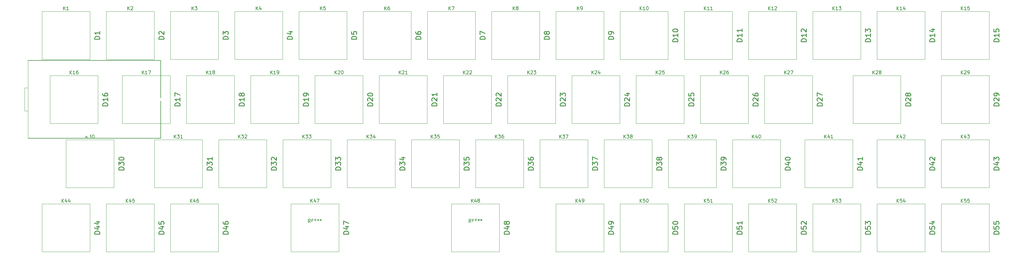
<source format=gto>
%TF.GenerationSoftware,KiCad,Pcbnew,(6.0.10)*%
%TF.CreationDate,2023-01-15T11:01:46+05:00*%
%TF.ProjectId,key55,6b657935-352e-46b6-9963-61645f706362,rev?*%
%TF.SameCoordinates,Original*%
%TF.FileFunction,Legend,Top*%
%TF.FilePolarity,Positive*%
%FSLAX46Y46*%
G04 Gerber Fmt 4.6, Leading zero omitted, Abs format (unit mm)*
G04 Created by KiCad (PCBNEW (6.0.10)) date 2023-01-15 11:01:46*
%MOMM*%
%LPD*%
G01*
G04 APERTURE LIST*
%ADD10C,0.150000*%
%ADD11C,0.254000*%
%ADD12C,0.120000*%
%ADD13C,1.778000*%
%ADD14R,1.778000X1.778000*%
%ADD15C,1.750000*%
%ADD16C,4.000000*%
%ADD17C,3.050000*%
%ADD18C,3.987800*%
%ADD19C,3.048000*%
%ADD20R,1.600000X1.600000*%
%ADD21C,1.600000*%
G04 APERTURE END LIST*
D10*
%TO.C,K44*%
X21010714Y-71827380D02*
X21010714Y-70827380D01*
X21582142Y-71827380D02*
X21153571Y-71255952D01*
X21582142Y-70827380D02*
X21010714Y-71398809D01*
X22439285Y-71160714D02*
X22439285Y-71827380D01*
X22201190Y-70779761D02*
X21963095Y-71494047D01*
X22582142Y-71494047D01*
X23391666Y-71160714D02*
X23391666Y-71827380D01*
X23153571Y-70779761D02*
X22915476Y-71494047D01*
X23534523Y-71494047D01*
D11*
%TO.C,D39*%
X217972428Y-62175571D02*
X216448428Y-62175571D01*
X216448428Y-61812714D01*
X216521000Y-61595000D01*
X216666142Y-61449857D01*
X216811285Y-61377285D01*
X217101571Y-61304714D01*
X217319285Y-61304714D01*
X217609571Y-61377285D01*
X217754714Y-61449857D01*
X217899857Y-61595000D01*
X217972428Y-61812714D01*
X217972428Y-62175571D01*
X216448428Y-60796714D02*
X216448428Y-59853285D01*
X217029000Y-60361285D01*
X217029000Y-60143571D01*
X217101571Y-59998428D01*
X217174142Y-59925857D01*
X217319285Y-59853285D01*
X217682142Y-59853285D01*
X217827285Y-59925857D01*
X217899857Y-59998428D01*
X217972428Y-60143571D01*
X217972428Y-60579000D01*
X217899857Y-60724142D01*
X217827285Y-60796714D01*
X217972428Y-59127571D02*
X217972428Y-58837285D01*
X217899857Y-58692142D01*
X217827285Y-58619571D01*
X217609571Y-58474428D01*
X217319285Y-58401857D01*
X216738714Y-58401857D01*
X216593571Y-58474428D01*
X216521000Y-58547000D01*
X216448428Y-58692142D01*
X216448428Y-58982428D01*
X216521000Y-59127571D01*
X216593571Y-59200142D01*
X216738714Y-59272714D01*
X217101571Y-59272714D01*
X217246714Y-59200142D01*
X217319285Y-59127571D01*
X217391857Y-58982428D01*
X217391857Y-58692142D01*
X217319285Y-58547000D01*
X217246714Y-58474428D01*
X217101571Y-58401857D01*
D10*
%TO.C,K49*%
X173410714Y-71827380D02*
X173410714Y-70827380D01*
X173982142Y-71827380D02*
X173553571Y-71255952D01*
X173982142Y-70827380D02*
X173410714Y-71398809D01*
X174839285Y-71160714D02*
X174839285Y-71827380D01*
X174601190Y-70779761D02*
X174363095Y-71494047D01*
X174982142Y-71494047D01*
X175410714Y-71827380D02*
X175601190Y-71827380D01*
X175696428Y-71779761D01*
X175744047Y-71732142D01*
X175839285Y-71589285D01*
X175886904Y-71398809D01*
X175886904Y-71017857D01*
X175839285Y-70922619D01*
X175791666Y-70875000D01*
X175696428Y-70827380D01*
X175505952Y-70827380D01*
X175410714Y-70875000D01*
X175363095Y-70922619D01*
X175315476Y-71017857D01*
X175315476Y-71255952D01*
X175363095Y-71351190D01*
X175410714Y-71398809D01*
X175505952Y-71446428D01*
X175696428Y-71446428D01*
X175791666Y-71398809D01*
X175839285Y-71351190D01*
X175886904Y-71255952D01*
%TO.C,K1*%
X21486904Y-14677380D02*
X21486904Y-13677380D01*
X22058333Y-14677380D02*
X21629761Y-14105952D01*
X22058333Y-13677380D02*
X21486904Y-14248809D01*
X23010714Y-14677380D02*
X22439285Y-14677380D01*
X22725000Y-14677380D02*
X22725000Y-13677380D01*
X22629761Y-13820238D01*
X22534523Y-13915476D01*
X22439285Y-13963095D01*
%TO.C,K7*%
X135786904Y-14677380D02*
X135786904Y-13677380D01*
X136358333Y-14677380D02*
X135929761Y-14105952D01*
X136358333Y-13677380D02*
X135786904Y-14248809D01*
X136691666Y-13677380D02*
X137358333Y-13677380D01*
X136929761Y-14677380D01*
D11*
%TO.C,D12*%
X241784928Y-24075571D02*
X240260928Y-24075571D01*
X240260928Y-23712714D01*
X240333500Y-23495000D01*
X240478642Y-23349857D01*
X240623785Y-23277285D01*
X240914071Y-23204714D01*
X241131785Y-23204714D01*
X241422071Y-23277285D01*
X241567214Y-23349857D01*
X241712357Y-23495000D01*
X241784928Y-23712714D01*
X241784928Y-24075571D01*
X241784928Y-21753285D02*
X241784928Y-22624142D01*
X241784928Y-22188714D02*
X240260928Y-22188714D01*
X240478642Y-22333857D01*
X240623785Y-22479000D01*
X240696357Y-22624142D01*
X240406071Y-21172714D02*
X240333500Y-21100142D01*
X240260928Y-20955000D01*
X240260928Y-20592142D01*
X240333500Y-20447000D01*
X240406071Y-20374428D01*
X240551214Y-20301857D01*
X240696357Y-20301857D01*
X240914071Y-20374428D01*
X241784928Y-21245285D01*
X241784928Y-20301857D01*
D10*
%TO.C,K10*%
X192460714Y-14677380D02*
X192460714Y-13677380D01*
X193032142Y-14677380D02*
X192603571Y-14105952D01*
X193032142Y-13677380D02*
X192460714Y-14248809D01*
X193984523Y-14677380D02*
X193413095Y-14677380D01*
X193698809Y-14677380D02*
X193698809Y-13677380D01*
X193603571Y-13820238D01*
X193508333Y-13915476D01*
X193413095Y-13963095D01*
X194603571Y-13677380D02*
X194698809Y-13677380D01*
X194794047Y-13725000D01*
X194841666Y-13772619D01*
X194889285Y-13867857D01*
X194936904Y-14058333D01*
X194936904Y-14296428D01*
X194889285Y-14486904D01*
X194841666Y-14582142D01*
X194794047Y-14629761D01*
X194698809Y-14677380D01*
X194603571Y-14677380D01*
X194508333Y-14629761D01*
X194460714Y-14582142D01*
X194413095Y-14486904D01*
X194365476Y-14296428D01*
X194365476Y-14058333D01*
X194413095Y-13867857D01*
X194460714Y-13772619D01*
X194508333Y-13725000D01*
X194603571Y-13677380D01*
%TO.C,REF\u002A\u002A*%
X142335416Y-77827380D02*
X142002083Y-77351190D01*
X141763988Y-77827380D02*
X141763988Y-76827380D01*
X142144940Y-76827380D01*
X142240178Y-76875000D01*
X142287797Y-76922619D01*
X142335416Y-77017857D01*
X142335416Y-77160714D01*
X142287797Y-77255952D01*
X142240178Y-77303571D01*
X142144940Y-77351190D01*
X141763988Y-77351190D01*
X142763988Y-77303571D02*
X143097321Y-77303571D01*
X143240178Y-77827380D02*
X142763988Y-77827380D01*
X142763988Y-76827380D01*
X143240178Y-76827380D01*
X144002083Y-77303571D02*
X143668750Y-77303571D01*
X143668750Y-77827380D02*
X143668750Y-76827380D01*
X144144940Y-76827380D01*
X144668750Y-76827380D02*
X144668750Y-77065476D01*
X144430654Y-76970238D02*
X144668750Y-77065476D01*
X144906845Y-76970238D01*
X144525892Y-77255952D02*
X144668750Y-77065476D01*
X144811607Y-77255952D01*
X145430654Y-76827380D02*
X145430654Y-77065476D01*
X145192559Y-76970238D02*
X145430654Y-77065476D01*
X145668750Y-76970238D01*
X145287797Y-77255952D02*
X145430654Y-77065476D01*
X145573511Y-77255952D01*
D11*
%TO.C,D9*%
X184634928Y-23349857D02*
X183110928Y-23349857D01*
X183110928Y-22987000D01*
X183183500Y-22769285D01*
X183328642Y-22624142D01*
X183473785Y-22551571D01*
X183764071Y-22479000D01*
X183981785Y-22479000D01*
X184272071Y-22551571D01*
X184417214Y-22624142D01*
X184562357Y-22769285D01*
X184634928Y-22987000D01*
X184634928Y-23349857D01*
X184634928Y-21753285D02*
X184634928Y-21463000D01*
X184562357Y-21317857D01*
X184489785Y-21245285D01*
X184272071Y-21100142D01*
X183981785Y-21027571D01*
X183401214Y-21027571D01*
X183256071Y-21100142D01*
X183183500Y-21172714D01*
X183110928Y-21317857D01*
X183110928Y-21608142D01*
X183183500Y-21753285D01*
X183256071Y-21825857D01*
X183401214Y-21898428D01*
X183764071Y-21898428D01*
X183909214Y-21825857D01*
X183981785Y-21753285D01*
X184054357Y-21608142D01*
X184054357Y-21317857D01*
X183981785Y-21172714D01*
X183909214Y-21100142D01*
X183764071Y-21027571D01*
%TO.C,D54*%
X279884928Y-81225571D02*
X278360928Y-81225571D01*
X278360928Y-80862714D01*
X278433500Y-80645000D01*
X278578642Y-80499857D01*
X278723785Y-80427285D01*
X279014071Y-80354714D01*
X279231785Y-80354714D01*
X279522071Y-80427285D01*
X279667214Y-80499857D01*
X279812357Y-80645000D01*
X279884928Y-80862714D01*
X279884928Y-81225571D01*
X278360928Y-78975857D02*
X278360928Y-79701571D01*
X279086642Y-79774142D01*
X279014071Y-79701571D01*
X278941500Y-79556428D01*
X278941500Y-79193571D01*
X279014071Y-79048428D01*
X279086642Y-78975857D01*
X279231785Y-78903285D01*
X279594642Y-78903285D01*
X279739785Y-78975857D01*
X279812357Y-79048428D01*
X279884928Y-79193571D01*
X279884928Y-79556428D01*
X279812357Y-79701571D01*
X279739785Y-79774142D01*
X278868928Y-77597000D02*
X279884928Y-77597000D01*
X278288357Y-77959857D02*
X279376928Y-78322714D01*
X279376928Y-77379285D01*
%TO.C,D52*%
X241784928Y-81225571D02*
X240260928Y-81225571D01*
X240260928Y-80862714D01*
X240333500Y-80645000D01*
X240478642Y-80499857D01*
X240623785Y-80427285D01*
X240914071Y-80354714D01*
X241131785Y-80354714D01*
X241422071Y-80427285D01*
X241567214Y-80499857D01*
X241712357Y-80645000D01*
X241784928Y-80862714D01*
X241784928Y-81225571D01*
X240260928Y-78975857D02*
X240260928Y-79701571D01*
X240986642Y-79774142D01*
X240914071Y-79701571D01*
X240841500Y-79556428D01*
X240841500Y-79193571D01*
X240914071Y-79048428D01*
X240986642Y-78975857D01*
X241131785Y-78903285D01*
X241494642Y-78903285D01*
X241639785Y-78975857D01*
X241712357Y-79048428D01*
X241784928Y-79193571D01*
X241784928Y-79556428D01*
X241712357Y-79701571D01*
X241639785Y-79774142D01*
X240406071Y-78322714D02*
X240333500Y-78250142D01*
X240260928Y-78105000D01*
X240260928Y-77742142D01*
X240333500Y-77597000D01*
X240406071Y-77524428D01*
X240551214Y-77451857D01*
X240696357Y-77451857D01*
X240914071Y-77524428D01*
X241784928Y-78395285D01*
X241784928Y-77451857D01*
D10*
%TO.C,K34*%
X111498214Y-52777380D02*
X111498214Y-51777380D01*
X112069642Y-52777380D02*
X111641071Y-52205952D01*
X112069642Y-51777380D02*
X111498214Y-52348809D01*
X112402976Y-51777380D02*
X113022023Y-51777380D01*
X112688690Y-52158333D01*
X112831547Y-52158333D01*
X112926785Y-52205952D01*
X112974404Y-52253571D01*
X113022023Y-52348809D01*
X113022023Y-52586904D01*
X112974404Y-52682142D01*
X112926785Y-52729761D01*
X112831547Y-52777380D01*
X112545833Y-52777380D01*
X112450595Y-52729761D01*
X112402976Y-52682142D01*
X113879166Y-52110714D02*
X113879166Y-52777380D01*
X113641071Y-51729761D02*
X113402976Y-52444047D01*
X114022023Y-52444047D01*
%TO.C,K11*%
X211510714Y-14677380D02*
X211510714Y-13677380D01*
X212082142Y-14677380D02*
X211653571Y-14105952D01*
X212082142Y-13677380D02*
X211510714Y-14248809D01*
X213034523Y-14677380D02*
X212463095Y-14677380D01*
X212748809Y-14677380D02*
X212748809Y-13677380D01*
X212653571Y-13820238D01*
X212558333Y-13915476D01*
X212463095Y-13963095D01*
X213986904Y-14677380D02*
X213415476Y-14677380D01*
X213701190Y-14677380D02*
X213701190Y-13677380D01*
X213605952Y-13820238D01*
X213510714Y-13915476D01*
X213415476Y-13963095D01*
D11*
%TO.C,D55*%
X298934928Y-81225571D02*
X297410928Y-81225571D01*
X297410928Y-80862714D01*
X297483500Y-80645000D01*
X297628642Y-80499857D01*
X297773785Y-80427285D01*
X298064071Y-80354714D01*
X298281785Y-80354714D01*
X298572071Y-80427285D01*
X298717214Y-80499857D01*
X298862357Y-80645000D01*
X298934928Y-80862714D01*
X298934928Y-81225571D01*
X297410928Y-78975857D02*
X297410928Y-79701571D01*
X298136642Y-79774142D01*
X298064071Y-79701571D01*
X297991500Y-79556428D01*
X297991500Y-79193571D01*
X298064071Y-79048428D01*
X298136642Y-78975857D01*
X298281785Y-78903285D01*
X298644642Y-78903285D01*
X298789785Y-78975857D01*
X298862357Y-79048428D01*
X298934928Y-79193571D01*
X298934928Y-79556428D01*
X298862357Y-79701571D01*
X298789785Y-79774142D01*
X297410928Y-77524428D02*
X297410928Y-78250142D01*
X298136642Y-78322714D01*
X298064071Y-78250142D01*
X297991500Y-78105000D01*
X297991500Y-77742142D01*
X298064071Y-77597000D01*
X298136642Y-77524428D01*
X298281785Y-77451857D01*
X298644642Y-77451857D01*
X298789785Y-77524428D01*
X298862357Y-77597000D01*
X298934928Y-77742142D01*
X298934928Y-78105000D01*
X298862357Y-78250142D01*
X298789785Y-78322714D01*
%TO.C,D47*%
X106053678Y-81225571D02*
X104529678Y-81225571D01*
X104529678Y-80862714D01*
X104602250Y-80645000D01*
X104747392Y-80499857D01*
X104892535Y-80427285D01*
X105182821Y-80354714D01*
X105400535Y-80354714D01*
X105690821Y-80427285D01*
X105835964Y-80499857D01*
X105981107Y-80645000D01*
X106053678Y-80862714D01*
X106053678Y-81225571D01*
X105037678Y-79048428D02*
X106053678Y-79048428D01*
X104457107Y-79411285D02*
X105545678Y-79774142D01*
X105545678Y-78830714D01*
X104529678Y-78395285D02*
X104529678Y-77379285D01*
X106053678Y-78032428D01*
%TO.C,D33*%
X103672428Y-62175571D02*
X102148428Y-62175571D01*
X102148428Y-61812714D01*
X102221000Y-61595000D01*
X102366142Y-61449857D01*
X102511285Y-61377285D01*
X102801571Y-61304714D01*
X103019285Y-61304714D01*
X103309571Y-61377285D01*
X103454714Y-61449857D01*
X103599857Y-61595000D01*
X103672428Y-61812714D01*
X103672428Y-62175571D01*
X102148428Y-60796714D02*
X102148428Y-59853285D01*
X102729000Y-60361285D01*
X102729000Y-60143571D01*
X102801571Y-59998428D01*
X102874142Y-59925857D01*
X103019285Y-59853285D01*
X103382142Y-59853285D01*
X103527285Y-59925857D01*
X103599857Y-59998428D01*
X103672428Y-60143571D01*
X103672428Y-60579000D01*
X103599857Y-60724142D01*
X103527285Y-60796714D01*
X102148428Y-59345285D02*
X102148428Y-58401857D01*
X102729000Y-58909857D01*
X102729000Y-58692142D01*
X102801571Y-58547000D01*
X102874142Y-58474428D01*
X103019285Y-58401857D01*
X103382142Y-58401857D01*
X103527285Y-58474428D01*
X103599857Y-58547000D01*
X103672428Y-58692142D01*
X103672428Y-59127571D01*
X103599857Y-59272714D01*
X103527285Y-59345285D01*
%TO.C,D48*%
X153678678Y-81225571D02*
X152154678Y-81225571D01*
X152154678Y-80862714D01*
X152227250Y-80645000D01*
X152372392Y-80499857D01*
X152517535Y-80427285D01*
X152807821Y-80354714D01*
X153025535Y-80354714D01*
X153315821Y-80427285D01*
X153460964Y-80499857D01*
X153606107Y-80645000D01*
X153678678Y-80862714D01*
X153678678Y-81225571D01*
X152662678Y-79048428D02*
X153678678Y-79048428D01*
X152082107Y-79411285D02*
X153170678Y-79774142D01*
X153170678Y-78830714D01*
X152807821Y-78032428D02*
X152735250Y-78177571D01*
X152662678Y-78250142D01*
X152517535Y-78322714D01*
X152444964Y-78322714D01*
X152299821Y-78250142D01*
X152227250Y-78177571D01*
X152154678Y-78032428D01*
X152154678Y-77742142D01*
X152227250Y-77597000D01*
X152299821Y-77524428D01*
X152444964Y-77451857D01*
X152517535Y-77451857D01*
X152662678Y-77524428D01*
X152735250Y-77597000D01*
X152807821Y-77742142D01*
X152807821Y-78032428D01*
X152880392Y-78177571D01*
X152952964Y-78250142D01*
X153098107Y-78322714D01*
X153388392Y-78322714D01*
X153533535Y-78250142D01*
X153606107Y-78177571D01*
X153678678Y-78032428D01*
X153678678Y-77742142D01*
X153606107Y-77597000D01*
X153533535Y-77524428D01*
X153388392Y-77451857D01*
X153098107Y-77451857D01*
X152952964Y-77524428D01*
X152880392Y-77597000D01*
X152807821Y-77742142D01*
D10*
%TO.C,K18*%
X63873214Y-33727380D02*
X63873214Y-32727380D01*
X64444642Y-33727380D02*
X64016071Y-33155952D01*
X64444642Y-32727380D02*
X63873214Y-33298809D01*
X65397023Y-33727380D02*
X64825595Y-33727380D01*
X65111309Y-33727380D02*
X65111309Y-32727380D01*
X65016071Y-32870238D01*
X64920833Y-32965476D01*
X64825595Y-33013095D01*
X65968452Y-33155952D02*
X65873214Y-33108333D01*
X65825595Y-33060714D01*
X65777976Y-32965476D01*
X65777976Y-32917857D01*
X65825595Y-32822619D01*
X65873214Y-32775000D01*
X65968452Y-32727380D01*
X66158928Y-32727380D01*
X66254166Y-32775000D01*
X66301785Y-32822619D01*
X66349404Y-32917857D01*
X66349404Y-32965476D01*
X66301785Y-33060714D01*
X66254166Y-33108333D01*
X66158928Y-33155952D01*
X65968452Y-33155952D01*
X65873214Y-33203571D01*
X65825595Y-33251190D01*
X65777976Y-33346428D01*
X65777976Y-33536904D01*
X65825595Y-33632142D01*
X65873214Y-33679761D01*
X65968452Y-33727380D01*
X66158928Y-33727380D01*
X66254166Y-33679761D01*
X66301785Y-33632142D01*
X66349404Y-33536904D01*
X66349404Y-33346428D01*
X66301785Y-33251190D01*
X66254166Y-33203571D01*
X66158928Y-33155952D01*
%TO.C,K54*%
X268660714Y-71827380D02*
X268660714Y-70827380D01*
X269232142Y-71827380D02*
X268803571Y-71255952D01*
X269232142Y-70827380D02*
X268660714Y-71398809D01*
X270136904Y-70827380D02*
X269660714Y-70827380D01*
X269613095Y-71303571D01*
X269660714Y-71255952D01*
X269755952Y-71208333D01*
X269994047Y-71208333D01*
X270089285Y-71255952D01*
X270136904Y-71303571D01*
X270184523Y-71398809D01*
X270184523Y-71636904D01*
X270136904Y-71732142D01*
X270089285Y-71779761D01*
X269994047Y-71827380D01*
X269755952Y-71827380D01*
X269660714Y-71779761D01*
X269613095Y-71732142D01*
X271041666Y-71160714D02*
X271041666Y-71827380D01*
X270803571Y-70779761D02*
X270565476Y-71494047D01*
X271184523Y-71494047D01*
D11*
%TO.C,D37*%
X179872428Y-62175571D02*
X178348428Y-62175571D01*
X178348428Y-61812714D01*
X178421000Y-61595000D01*
X178566142Y-61449857D01*
X178711285Y-61377285D01*
X179001571Y-61304714D01*
X179219285Y-61304714D01*
X179509571Y-61377285D01*
X179654714Y-61449857D01*
X179799857Y-61595000D01*
X179872428Y-61812714D01*
X179872428Y-62175571D01*
X178348428Y-60796714D02*
X178348428Y-59853285D01*
X178929000Y-60361285D01*
X178929000Y-60143571D01*
X179001571Y-59998428D01*
X179074142Y-59925857D01*
X179219285Y-59853285D01*
X179582142Y-59853285D01*
X179727285Y-59925857D01*
X179799857Y-59998428D01*
X179872428Y-60143571D01*
X179872428Y-60579000D01*
X179799857Y-60724142D01*
X179727285Y-60796714D01*
X178348428Y-59345285D02*
X178348428Y-58329285D01*
X179872428Y-58982428D01*
%TO.C,D2*%
X51284928Y-23349857D02*
X49760928Y-23349857D01*
X49760928Y-22987000D01*
X49833500Y-22769285D01*
X49978642Y-22624142D01*
X50123785Y-22551571D01*
X50414071Y-22479000D01*
X50631785Y-22479000D01*
X50922071Y-22551571D01*
X51067214Y-22624142D01*
X51212357Y-22769285D01*
X51284928Y-22987000D01*
X51284928Y-23349857D01*
X49906071Y-21898428D02*
X49833500Y-21825857D01*
X49760928Y-21680714D01*
X49760928Y-21317857D01*
X49833500Y-21172714D01*
X49906071Y-21100142D01*
X50051214Y-21027571D01*
X50196357Y-21027571D01*
X50414071Y-21100142D01*
X51284928Y-21971000D01*
X51284928Y-21027571D01*
%TO.C,D19*%
X94147428Y-43125571D02*
X92623428Y-43125571D01*
X92623428Y-42762714D01*
X92696000Y-42545000D01*
X92841142Y-42399857D01*
X92986285Y-42327285D01*
X93276571Y-42254714D01*
X93494285Y-42254714D01*
X93784571Y-42327285D01*
X93929714Y-42399857D01*
X94074857Y-42545000D01*
X94147428Y-42762714D01*
X94147428Y-43125571D01*
X94147428Y-40803285D02*
X94147428Y-41674142D01*
X94147428Y-41238714D02*
X92623428Y-41238714D01*
X92841142Y-41383857D01*
X92986285Y-41529000D01*
X93058857Y-41674142D01*
X94147428Y-40077571D02*
X94147428Y-39787285D01*
X94074857Y-39642142D01*
X94002285Y-39569571D01*
X93784571Y-39424428D01*
X93494285Y-39351857D01*
X92913714Y-39351857D01*
X92768571Y-39424428D01*
X92696000Y-39497000D01*
X92623428Y-39642142D01*
X92623428Y-39932428D01*
X92696000Y-40077571D01*
X92768571Y-40150142D01*
X92913714Y-40222714D01*
X93276571Y-40222714D01*
X93421714Y-40150142D01*
X93494285Y-40077571D01*
X93566857Y-39932428D01*
X93566857Y-39642142D01*
X93494285Y-39497000D01*
X93421714Y-39424428D01*
X93276571Y-39351857D01*
%TO.C,D1*%
X32234928Y-23349857D02*
X30710928Y-23349857D01*
X30710928Y-22986999D01*
X30783500Y-22769285D01*
X30928642Y-22624142D01*
X31073785Y-22551571D01*
X31364071Y-22479000D01*
X31581785Y-22479000D01*
X31872071Y-22551571D01*
X32017214Y-22624142D01*
X32162357Y-22769285D01*
X32234928Y-22986999D01*
X32234928Y-23349857D01*
X32234928Y-21027571D02*
X32234928Y-21898428D01*
X32234928Y-21463000D02*
X30710928Y-21463000D01*
X30928642Y-21608142D01*
X31073785Y-21753285D01*
X31146357Y-21898428D01*
%TO.C,D3*%
X70334928Y-23349857D02*
X68810928Y-23349857D01*
X68810928Y-22987000D01*
X68883500Y-22769285D01*
X69028642Y-22624142D01*
X69173785Y-22551571D01*
X69464071Y-22479000D01*
X69681785Y-22479000D01*
X69972071Y-22551571D01*
X70117214Y-22624142D01*
X70262357Y-22769285D01*
X70334928Y-22987000D01*
X70334928Y-23349857D01*
X68810928Y-21971000D02*
X68810928Y-21027571D01*
X69391500Y-21535571D01*
X69391500Y-21317857D01*
X69464071Y-21172714D01*
X69536642Y-21100142D01*
X69681785Y-21027571D01*
X70044642Y-21027571D01*
X70189785Y-21100142D01*
X70262357Y-21172714D01*
X70334928Y-21317857D01*
X70334928Y-21753285D01*
X70262357Y-21898428D01*
X70189785Y-21971000D01*
D10*
%TO.C,K27*%
X235323214Y-33727380D02*
X235323214Y-32727380D01*
X235894642Y-33727380D02*
X235466071Y-33155952D01*
X235894642Y-32727380D02*
X235323214Y-33298809D01*
X236275595Y-32822619D02*
X236323214Y-32775000D01*
X236418452Y-32727380D01*
X236656547Y-32727380D01*
X236751785Y-32775000D01*
X236799404Y-32822619D01*
X236847023Y-32917857D01*
X236847023Y-33013095D01*
X236799404Y-33155952D01*
X236227976Y-33727380D01*
X236847023Y-33727380D01*
X237180357Y-32727380D02*
X237847023Y-32727380D01*
X237418452Y-33727380D01*
%TO.C,K22*%
X140073214Y-33727380D02*
X140073214Y-32727380D01*
X140644642Y-33727380D02*
X140216071Y-33155952D01*
X140644642Y-32727380D02*
X140073214Y-33298809D01*
X141025595Y-32822619D02*
X141073214Y-32775000D01*
X141168452Y-32727380D01*
X141406547Y-32727380D01*
X141501785Y-32775000D01*
X141549404Y-32822619D01*
X141597023Y-32917857D01*
X141597023Y-33013095D01*
X141549404Y-33155952D01*
X140977976Y-33727380D01*
X141597023Y-33727380D01*
X141977976Y-32822619D02*
X142025595Y-32775000D01*
X142120833Y-32727380D01*
X142358928Y-32727380D01*
X142454166Y-32775000D01*
X142501785Y-32822619D01*
X142549404Y-32917857D01*
X142549404Y-33013095D01*
X142501785Y-33155952D01*
X141930357Y-33727380D01*
X142549404Y-33727380D01*
D11*
%TO.C,D36*%
X160822428Y-62175571D02*
X159298428Y-62175571D01*
X159298428Y-61812714D01*
X159371000Y-61595000D01*
X159516142Y-61449857D01*
X159661285Y-61377285D01*
X159951571Y-61304714D01*
X160169285Y-61304714D01*
X160459571Y-61377285D01*
X160604714Y-61449857D01*
X160749857Y-61595000D01*
X160822428Y-61812714D01*
X160822428Y-62175571D01*
X159298428Y-60796714D02*
X159298428Y-59853285D01*
X159879000Y-60361285D01*
X159879000Y-60143571D01*
X159951571Y-59998428D01*
X160024142Y-59925857D01*
X160169285Y-59853285D01*
X160532142Y-59853285D01*
X160677285Y-59925857D01*
X160749857Y-59998428D01*
X160822428Y-60143571D01*
X160822428Y-60579000D01*
X160749857Y-60724142D01*
X160677285Y-60796714D01*
X159298428Y-58547000D02*
X159298428Y-58837285D01*
X159371000Y-58982428D01*
X159443571Y-59055000D01*
X159661285Y-59200142D01*
X159951571Y-59272714D01*
X160532142Y-59272714D01*
X160677285Y-59200142D01*
X160749857Y-59127571D01*
X160822428Y-58982428D01*
X160822428Y-58692142D01*
X160749857Y-58547000D01*
X160677285Y-58474428D01*
X160532142Y-58401857D01*
X160169285Y-58401857D01*
X160024142Y-58474428D01*
X159951571Y-58547000D01*
X159879000Y-58692142D01*
X159879000Y-58982428D01*
X159951571Y-59127571D01*
X160024142Y-59200142D01*
X160169285Y-59272714D01*
%TO.C,D14*%
X279884928Y-24075571D02*
X278360928Y-24075571D01*
X278360928Y-23712714D01*
X278433500Y-23495000D01*
X278578642Y-23349857D01*
X278723785Y-23277285D01*
X279014071Y-23204714D01*
X279231785Y-23204714D01*
X279522071Y-23277285D01*
X279667214Y-23349857D01*
X279812357Y-23495000D01*
X279884928Y-23712714D01*
X279884928Y-24075571D01*
X279884928Y-21753285D02*
X279884928Y-22624142D01*
X279884928Y-22188714D02*
X278360928Y-22188714D01*
X278578642Y-22333857D01*
X278723785Y-22479000D01*
X278796357Y-22624142D01*
X278868928Y-20447000D02*
X279884928Y-20447000D01*
X278288357Y-20809857D02*
X279376928Y-21172714D01*
X279376928Y-20229285D01*
D10*
%TO.C,K35*%
X130548214Y-52777380D02*
X130548214Y-51777380D01*
X131119642Y-52777380D02*
X130691071Y-52205952D01*
X131119642Y-51777380D02*
X130548214Y-52348809D01*
X131452976Y-51777380D02*
X132072023Y-51777380D01*
X131738690Y-52158333D01*
X131881547Y-52158333D01*
X131976785Y-52205952D01*
X132024404Y-52253571D01*
X132072023Y-52348809D01*
X132072023Y-52586904D01*
X132024404Y-52682142D01*
X131976785Y-52729761D01*
X131881547Y-52777380D01*
X131595833Y-52777380D01*
X131500595Y-52729761D01*
X131452976Y-52682142D01*
X132976785Y-51777380D02*
X132500595Y-51777380D01*
X132452976Y-52253571D01*
X132500595Y-52205952D01*
X132595833Y-52158333D01*
X132833928Y-52158333D01*
X132929166Y-52205952D01*
X132976785Y-52253571D01*
X133024404Y-52348809D01*
X133024404Y-52586904D01*
X132976785Y-52682142D01*
X132929166Y-52729761D01*
X132833928Y-52777380D01*
X132595833Y-52777380D01*
X132500595Y-52729761D01*
X132452976Y-52682142D01*
%TO.C,K9*%
X173886904Y-14677380D02*
X173886904Y-13677380D01*
X174458333Y-14677380D02*
X174029761Y-14105952D01*
X174458333Y-13677380D02*
X173886904Y-14248809D01*
X174934523Y-14677380D02*
X175125000Y-14677380D01*
X175220238Y-14629761D01*
X175267857Y-14582142D01*
X175363095Y-14439285D01*
X175410714Y-14248809D01*
X175410714Y-13867857D01*
X175363095Y-13772619D01*
X175315476Y-13725000D01*
X175220238Y-13677380D01*
X175029761Y-13677380D01*
X174934523Y-13725000D01*
X174886904Y-13772619D01*
X174839285Y-13867857D01*
X174839285Y-14105952D01*
X174886904Y-14201190D01*
X174934523Y-14248809D01*
X175029761Y-14296428D01*
X175220238Y-14296428D01*
X175315476Y-14248809D01*
X175363095Y-14201190D01*
X175410714Y-14105952D01*
D11*
%TO.C,D13*%
X260834928Y-24075571D02*
X259310928Y-24075571D01*
X259310928Y-23712714D01*
X259383500Y-23495000D01*
X259528642Y-23349857D01*
X259673785Y-23277285D01*
X259964071Y-23204714D01*
X260181785Y-23204714D01*
X260472071Y-23277285D01*
X260617214Y-23349857D01*
X260762357Y-23495000D01*
X260834928Y-23712714D01*
X260834928Y-24075571D01*
X260834928Y-21753285D02*
X260834928Y-22624142D01*
X260834928Y-22188714D02*
X259310928Y-22188714D01*
X259528642Y-22333857D01*
X259673785Y-22479000D01*
X259746357Y-22624142D01*
X259310928Y-21245285D02*
X259310928Y-20301857D01*
X259891500Y-20809857D01*
X259891500Y-20592142D01*
X259964071Y-20447000D01*
X260036642Y-20374428D01*
X260181785Y-20301857D01*
X260544642Y-20301857D01*
X260689785Y-20374428D01*
X260762357Y-20447000D01*
X260834928Y-20592142D01*
X260834928Y-21027571D01*
X260762357Y-21172714D01*
X260689785Y-21245285D01*
%TO.C,D30*%
X39378678Y-62175571D02*
X37854678Y-62175571D01*
X37854678Y-61812714D01*
X37927250Y-61594999D01*
X38072392Y-61449857D01*
X38217535Y-61377285D01*
X38507821Y-61304714D01*
X38725535Y-61304714D01*
X39015821Y-61377285D01*
X39160964Y-61449857D01*
X39306107Y-61594999D01*
X39378678Y-61812714D01*
X39378678Y-62175571D01*
X37854678Y-60796714D02*
X37854678Y-59853285D01*
X38435250Y-60361285D01*
X38435250Y-60143571D01*
X38507821Y-59998428D01*
X38580392Y-59925857D01*
X38725535Y-59853285D01*
X39088392Y-59853285D01*
X39233535Y-59925857D01*
X39306107Y-59998428D01*
X39378678Y-60143571D01*
X39378678Y-60578999D01*
X39306107Y-60724142D01*
X39233535Y-60796714D01*
X37854678Y-58909857D02*
X37854678Y-58764714D01*
X37927250Y-58619571D01*
X37999821Y-58547000D01*
X38144964Y-58474428D01*
X38435250Y-58401857D01*
X38798107Y-58401857D01*
X39088392Y-58474428D01*
X39233535Y-58547000D01*
X39306107Y-58619571D01*
X39378678Y-58764714D01*
X39378678Y-58909857D01*
X39306107Y-59055000D01*
X39233535Y-59127571D01*
X39088392Y-59200142D01*
X38798107Y-59272714D01*
X38435250Y-59272714D01*
X38144964Y-59200142D01*
X37999821Y-59127571D01*
X37927250Y-59055000D01*
X37854678Y-58909857D01*
D10*
%TO.C,K29*%
X287710714Y-33727380D02*
X287710714Y-32727380D01*
X288282142Y-33727380D02*
X287853571Y-33155952D01*
X288282142Y-32727380D02*
X287710714Y-33298809D01*
X288663095Y-32822619D02*
X288710714Y-32775000D01*
X288805952Y-32727380D01*
X289044047Y-32727380D01*
X289139285Y-32775000D01*
X289186904Y-32822619D01*
X289234523Y-32917857D01*
X289234523Y-33013095D01*
X289186904Y-33155952D01*
X288615476Y-33727380D01*
X289234523Y-33727380D01*
X289710714Y-33727380D02*
X289901190Y-33727380D01*
X289996428Y-33679761D01*
X290044047Y-33632142D01*
X290139285Y-33489285D01*
X290186904Y-33298809D01*
X290186904Y-32917857D01*
X290139285Y-32822619D01*
X290091666Y-32775000D01*
X289996428Y-32727380D01*
X289805952Y-32727380D01*
X289710714Y-32775000D01*
X289663095Y-32822619D01*
X289615476Y-32917857D01*
X289615476Y-33155952D01*
X289663095Y-33251190D01*
X289710714Y-33298809D01*
X289805952Y-33346428D01*
X289996428Y-33346428D01*
X290091666Y-33298809D01*
X290139285Y-33251190D01*
X290186904Y-33155952D01*
%TO.C,K39*%
X206748214Y-52777380D02*
X206748214Y-51777380D01*
X207319642Y-52777380D02*
X206891071Y-52205952D01*
X207319642Y-51777380D02*
X206748214Y-52348809D01*
X207652976Y-51777380D02*
X208272023Y-51777380D01*
X207938690Y-52158333D01*
X208081547Y-52158333D01*
X208176785Y-52205952D01*
X208224404Y-52253571D01*
X208272023Y-52348809D01*
X208272023Y-52586904D01*
X208224404Y-52682142D01*
X208176785Y-52729761D01*
X208081547Y-52777380D01*
X207795833Y-52777380D01*
X207700595Y-52729761D01*
X207652976Y-52682142D01*
X208748214Y-52777380D02*
X208938690Y-52777380D01*
X209033928Y-52729761D01*
X209081547Y-52682142D01*
X209176785Y-52539285D01*
X209224404Y-52348809D01*
X209224404Y-51967857D01*
X209176785Y-51872619D01*
X209129166Y-51825000D01*
X209033928Y-51777380D01*
X208843452Y-51777380D01*
X208748214Y-51825000D01*
X208700595Y-51872619D01*
X208652976Y-51967857D01*
X208652976Y-52205952D01*
X208700595Y-52301190D01*
X208748214Y-52348809D01*
X208843452Y-52396428D01*
X209033928Y-52396428D01*
X209129166Y-52348809D01*
X209176785Y-52301190D01*
X209224404Y-52205952D01*
D11*
%TO.C,D25*%
X208447428Y-43125571D02*
X206923428Y-43125571D01*
X206923428Y-42762714D01*
X206996000Y-42545000D01*
X207141142Y-42399857D01*
X207286285Y-42327285D01*
X207576571Y-42254714D01*
X207794285Y-42254714D01*
X208084571Y-42327285D01*
X208229714Y-42399857D01*
X208374857Y-42545000D01*
X208447428Y-42762714D01*
X208447428Y-43125571D01*
X207068571Y-41674142D02*
X206996000Y-41601571D01*
X206923428Y-41456428D01*
X206923428Y-41093571D01*
X206996000Y-40948428D01*
X207068571Y-40875857D01*
X207213714Y-40803285D01*
X207358857Y-40803285D01*
X207576571Y-40875857D01*
X208447428Y-41746714D01*
X208447428Y-40803285D01*
X206923428Y-39424428D02*
X206923428Y-40150142D01*
X207649142Y-40222714D01*
X207576571Y-40150142D01*
X207504000Y-40005000D01*
X207504000Y-39642142D01*
X207576571Y-39497000D01*
X207649142Y-39424428D01*
X207794285Y-39351857D01*
X208157142Y-39351857D01*
X208302285Y-39424428D01*
X208374857Y-39497000D01*
X208447428Y-39642142D01*
X208447428Y-40005000D01*
X208374857Y-40150142D01*
X208302285Y-40222714D01*
D10*
%TO.C,K55*%
X287710714Y-71827380D02*
X287710714Y-70827380D01*
X288282142Y-71827380D02*
X287853571Y-71255952D01*
X288282142Y-70827380D02*
X287710714Y-71398809D01*
X289186904Y-70827380D02*
X288710714Y-70827380D01*
X288663095Y-71303571D01*
X288710714Y-71255952D01*
X288805952Y-71208333D01*
X289044047Y-71208333D01*
X289139285Y-71255952D01*
X289186904Y-71303571D01*
X289234523Y-71398809D01*
X289234523Y-71636904D01*
X289186904Y-71732142D01*
X289139285Y-71779761D01*
X289044047Y-71827380D01*
X288805952Y-71827380D01*
X288710714Y-71779761D01*
X288663095Y-71732142D01*
X290139285Y-70827380D02*
X289663095Y-70827380D01*
X289615476Y-71303571D01*
X289663095Y-71255952D01*
X289758333Y-71208333D01*
X289996428Y-71208333D01*
X290091666Y-71255952D01*
X290139285Y-71303571D01*
X290186904Y-71398809D01*
X290186904Y-71636904D01*
X290139285Y-71732142D01*
X290091666Y-71779761D01*
X289996428Y-71827380D01*
X289758333Y-71827380D01*
X289663095Y-71779761D01*
X289615476Y-71732142D01*
D11*
%TO.C,D45*%
X51284928Y-81225571D02*
X49760928Y-81225571D01*
X49760928Y-80862714D01*
X49833500Y-80645000D01*
X49978642Y-80499857D01*
X50123785Y-80427285D01*
X50414071Y-80354714D01*
X50631785Y-80354714D01*
X50922071Y-80427285D01*
X51067214Y-80499857D01*
X51212357Y-80645000D01*
X51284928Y-80862714D01*
X51284928Y-81225571D01*
X50268928Y-79048428D02*
X51284928Y-79048428D01*
X49688357Y-79411285D02*
X50776928Y-79774142D01*
X50776928Y-78830714D01*
X49760928Y-77524428D02*
X49760928Y-78250142D01*
X50486642Y-78322714D01*
X50414071Y-78250142D01*
X50341500Y-78105000D01*
X50341500Y-77742142D01*
X50414071Y-77597000D01*
X50486642Y-77524428D01*
X50631785Y-77451857D01*
X50994642Y-77451857D01*
X51139785Y-77524428D01*
X51212357Y-77597000D01*
X51284928Y-77742142D01*
X51284928Y-78105000D01*
X51212357Y-78250142D01*
X51139785Y-78322714D01*
D10*
%TO.C,K6*%
X116736904Y-14677380D02*
X116736904Y-13677380D01*
X117308333Y-14677380D02*
X116879761Y-14105952D01*
X117308333Y-13677380D02*
X116736904Y-14248809D01*
X118165476Y-13677380D02*
X117975000Y-13677380D01*
X117879761Y-13725000D01*
X117832142Y-13772619D01*
X117736904Y-13915476D01*
X117689285Y-14105952D01*
X117689285Y-14486904D01*
X117736904Y-14582142D01*
X117784523Y-14629761D01*
X117879761Y-14677380D01*
X118070238Y-14677380D01*
X118165476Y-14629761D01*
X118213095Y-14582142D01*
X118260714Y-14486904D01*
X118260714Y-14248809D01*
X118213095Y-14153571D01*
X118165476Y-14105952D01*
X118070238Y-14058333D01*
X117879761Y-14058333D01*
X117784523Y-14105952D01*
X117736904Y-14153571D01*
X117689285Y-14248809D01*
D11*
%TO.C,D21*%
X132247428Y-43125571D02*
X130723428Y-43125571D01*
X130723428Y-42762714D01*
X130796000Y-42545000D01*
X130941142Y-42399857D01*
X131086285Y-42327285D01*
X131376571Y-42254714D01*
X131594285Y-42254714D01*
X131884571Y-42327285D01*
X132029714Y-42399857D01*
X132174857Y-42545000D01*
X132247428Y-42762714D01*
X132247428Y-43125571D01*
X130868571Y-41674142D02*
X130796000Y-41601571D01*
X130723428Y-41456428D01*
X130723428Y-41093571D01*
X130796000Y-40948428D01*
X130868571Y-40875857D01*
X131013714Y-40803285D01*
X131158857Y-40803285D01*
X131376571Y-40875857D01*
X132247428Y-41746714D01*
X132247428Y-40803285D01*
X132247428Y-39351857D02*
X132247428Y-40222714D01*
X132247428Y-39787285D02*
X130723428Y-39787285D01*
X130941142Y-39932428D01*
X131086285Y-40077571D01*
X131158857Y-40222714D01*
D10*
%TO.C,K46*%
X59110714Y-71827380D02*
X59110714Y-70827380D01*
X59682142Y-71827380D02*
X59253571Y-71255952D01*
X59682142Y-70827380D02*
X59110714Y-71398809D01*
X60539285Y-71160714D02*
X60539285Y-71827380D01*
X60301190Y-70779761D02*
X60063095Y-71494047D01*
X60682142Y-71494047D01*
X61491666Y-70827380D02*
X61301190Y-70827380D01*
X61205952Y-70875000D01*
X61158333Y-70922619D01*
X61063095Y-71065476D01*
X61015476Y-71255952D01*
X61015476Y-71636904D01*
X61063095Y-71732142D01*
X61110714Y-71779761D01*
X61205952Y-71827380D01*
X61396428Y-71827380D01*
X61491666Y-71779761D01*
X61539285Y-71732142D01*
X61586904Y-71636904D01*
X61586904Y-71398809D01*
X61539285Y-71303571D01*
X61491666Y-71255952D01*
X61396428Y-71208333D01*
X61205952Y-71208333D01*
X61110714Y-71255952D01*
X61063095Y-71303571D01*
X61015476Y-71398809D01*
%TO.C,K50*%
X192460714Y-71827380D02*
X192460714Y-70827380D01*
X193032142Y-71827380D02*
X192603571Y-71255952D01*
X193032142Y-70827380D02*
X192460714Y-71398809D01*
X193936904Y-70827380D02*
X193460714Y-70827380D01*
X193413095Y-71303571D01*
X193460714Y-71255952D01*
X193555952Y-71208333D01*
X193794047Y-71208333D01*
X193889285Y-71255952D01*
X193936904Y-71303571D01*
X193984523Y-71398809D01*
X193984523Y-71636904D01*
X193936904Y-71732142D01*
X193889285Y-71779761D01*
X193794047Y-71827380D01*
X193555952Y-71827380D01*
X193460714Y-71779761D01*
X193413095Y-71732142D01*
X194603571Y-70827380D02*
X194698809Y-70827380D01*
X194794047Y-70875000D01*
X194841666Y-70922619D01*
X194889285Y-71017857D01*
X194936904Y-71208333D01*
X194936904Y-71446428D01*
X194889285Y-71636904D01*
X194841666Y-71732142D01*
X194794047Y-71779761D01*
X194698809Y-71827380D01*
X194603571Y-71827380D01*
X194508333Y-71779761D01*
X194460714Y-71732142D01*
X194413095Y-71636904D01*
X194365476Y-71446428D01*
X194365476Y-71208333D01*
X194413095Y-71017857D01*
X194460714Y-70922619D01*
X194508333Y-70875000D01*
X194603571Y-70827380D01*
D11*
%TO.C,D34*%
X122722428Y-62175571D02*
X121198428Y-62175571D01*
X121198428Y-61812714D01*
X121271000Y-61595000D01*
X121416142Y-61449857D01*
X121561285Y-61377285D01*
X121851571Y-61304714D01*
X122069285Y-61304714D01*
X122359571Y-61377285D01*
X122504714Y-61449857D01*
X122649857Y-61595000D01*
X122722428Y-61812714D01*
X122722428Y-62175571D01*
X121198428Y-60796714D02*
X121198428Y-59853285D01*
X121779000Y-60361285D01*
X121779000Y-60143571D01*
X121851571Y-59998428D01*
X121924142Y-59925857D01*
X122069285Y-59853285D01*
X122432142Y-59853285D01*
X122577285Y-59925857D01*
X122649857Y-59998428D01*
X122722428Y-60143571D01*
X122722428Y-60579000D01*
X122649857Y-60724142D01*
X122577285Y-60796714D01*
X121706428Y-58547000D02*
X122722428Y-58547000D01*
X121125857Y-58909857D02*
X122214428Y-59272714D01*
X122214428Y-58329285D01*
D10*
%TO.C,K25*%
X197223214Y-33727380D02*
X197223214Y-32727380D01*
X197794642Y-33727380D02*
X197366071Y-33155952D01*
X197794642Y-32727380D02*
X197223214Y-33298809D01*
X198175595Y-32822619D02*
X198223214Y-32775000D01*
X198318452Y-32727380D01*
X198556547Y-32727380D01*
X198651785Y-32775000D01*
X198699404Y-32822619D01*
X198747023Y-32917857D01*
X198747023Y-33013095D01*
X198699404Y-33155952D01*
X198127976Y-33727380D01*
X198747023Y-33727380D01*
X199651785Y-32727380D02*
X199175595Y-32727380D01*
X199127976Y-33203571D01*
X199175595Y-33155952D01*
X199270833Y-33108333D01*
X199508928Y-33108333D01*
X199604166Y-33155952D01*
X199651785Y-33203571D01*
X199699404Y-33298809D01*
X199699404Y-33536904D01*
X199651785Y-33632142D01*
X199604166Y-33679761D01*
X199508928Y-33727380D01*
X199270833Y-33727380D01*
X199175595Y-33679761D01*
X199127976Y-33632142D01*
D11*
%TO.C,D4*%
X89384928Y-23349857D02*
X87860928Y-23349857D01*
X87860928Y-22987000D01*
X87933500Y-22769285D01*
X88078642Y-22624142D01*
X88223785Y-22551571D01*
X88514071Y-22479000D01*
X88731785Y-22479000D01*
X89022071Y-22551571D01*
X89167214Y-22624142D01*
X89312357Y-22769285D01*
X89384928Y-22987000D01*
X89384928Y-23349857D01*
X88368928Y-21172714D02*
X89384928Y-21172714D01*
X87788357Y-21535571D02*
X88876928Y-21898428D01*
X88876928Y-20955000D01*
%TO.C,D31*%
X65572428Y-62175571D02*
X64048428Y-62175571D01*
X64048428Y-61812714D01*
X64121000Y-61594999D01*
X64266142Y-61449857D01*
X64411285Y-61377285D01*
X64701571Y-61304714D01*
X64919285Y-61304714D01*
X65209571Y-61377285D01*
X65354714Y-61449857D01*
X65499857Y-61594999D01*
X65572428Y-61812714D01*
X65572428Y-62175571D01*
X64048428Y-60796714D02*
X64048428Y-59853285D01*
X64629000Y-60361285D01*
X64629000Y-60143571D01*
X64701571Y-59998428D01*
X64774142Y-59925857D01*
X64919285Y-59853285D01*
X65282142Y-59853285D01*
X65427285Y-59925857D01*
X65499857Y-59998428D01*
X65572428Y-60143571D01*
X65572428Y-60578999D01*
X65499857Y-60724142D01*
X65427285Y-60796714D01*
X65572428Y-58401857D02*
X65572428Y-59272714D01*
X65572428Y-58837285D02*
X64048428Y-58837285D01*
X64266142Y-58982428D01*
X64411285Y-59127571D01*
X64483857Y-59272714D01*
%TO.C,D5*%
X108434928Y-23349857D02*
X106910928Y-23349857D01*
X106910928Y-22987000D01*
X106983500Y-22769285D01*
X107128642Y-22624142D01*
X107273785Y-22551571D01*
X107564071Y-22479000D01*
X107781785Y-22479000D01*
X108072071Y-22551571D01*
X108217214Y-22624142D01*
X108362357Y-22769285D01*
X108434928Y-22987000D01*
X108434928Y-23349857D01*
X106910928Y-21100142D02*
X106910928Y-21825857D01*
X107636642Y-21898428D01*
X107564071Y-21825857D01*
X107491500Y-21680714D01*
X107491500Y-21317857D01*
X107564071Y-21172714D01*
X107636642Y-21100142D01*
X107781785Y-21027571D01*
X108144642Y-21027571D01*
X108289785Y-21100142D01*
X108362357Y-21172714D01*
X108434928Y-21317857D01*
X108434928Y-21680714D01*
X108362357Y-21825857D01*
X108289785Y-21898428D01*
%TO.C,D41*%
X258453678Y-62175571D02*
X256929678Y-62175571D01*
X256929678Y-61812714D01*
X257002250Y-61595000D01*
X257147392Y-61449857D01*
X257292535Y-61377285D01*
X257582821Y-61304714D01*
X257800535Y-61304714D01*
X258090821Y-61377285D01*
X258235964Y-61449857D01*
X258381107Y-61595000D01*
X258453678Y-61812714D01*
X258453678Y-62175571D01*
X257437678Y-59998428D02*
X258453678Y-59998428D01*
X256857107Y-60361285D02*
X257945678Y-60724142D01*
X257945678Y-59780714D01*
X258453678Y-58401857D02*
X258453678Y-59272714D01*
X258453678Y-58837285D02*
X256929678Y-58837285D01*
X257147392Y-58982428D01*
X257292535Y-59127571D01*
X257365107Y-59272714D01*
%TO.C,D15*%
X298934928Y-24075571D02*
X297410928Y-24075571D01*
X297410928Y-23712714D01*
X297483500Y-23495000D01*
X297628642Y-23349857D01*
X297773785Y-23277285D01*
X298064071Y-23204714D01*
X298281785Y-23204714D01*
X298572071Y-23277285D01*
X298717214Y-23349857D01*
X298862357Y-23495000D01*
X298934928Y-23712714D01*
X298934928Y-24075571D01*
X298934928Y-21753285D02*
X298934928Y-22624142D01*
X298934928Y-22188714D02*
X297410928Y-22188714D01*
X297628642Y-22333857D01*
X297773785Y-22479000D01*
X297846357Y-22624142D01*
X297410928Y-20374428D02*
X297410928Y-21100142D01*
X298136642Y-21172714D01*
X298064071Y-21100142D01*
X297991500Y-20955000D01*
X297991500Y-20592142D01*
X298064071Y-20447000D01*
X298136642Y-20374428D01*
X298281785Y-20301857D01*
X298644642Y-20301857D01*
X298789785Y-20374428D01*
X298862357Y-20447000D01*
X298934928Y-20592142D01*
X298934928Y-20955000D01*
X298862357Y-21100142D01*
X298789785Y-21172714D01*
%TO.C,D35*%
X141772428Y-62175571D02*
X140248428Y-62175571D01*
X140248428Y-61812714D01*
X140321000Y-61595000D01*
X140466142Y-61449857D01*
X140611285Y-61377285D01*
X140901571Y-61304714D01*
X141119285Y-61304714D01*
X141409571Y-61377285D01*
X141554714Y-61449857D01*
X141699857Y-61595000D01*
X141772428Y-61812714D01*
X141772428Y-62175571D01*
X140248428Y-60796714D02*
X140248428Y-59853285D01*
X140829000Y-60361285D01*
X140829000Y-60143571D01*
X140901571Y-59998428D01*
X140974142Y-59925857D01*
X141119285Y-59853285D01*
X141482142Y-59853285D01*
X141627285Y-59925857D01*
X141699857Y-59998428D01*
X141772428Y-60143571D01*
X141772428Y-60579000D01*
X141699857Y-60724142D01*
X141627285Y-60796714D01*
X140248428Y-58474428D02*
X140248428Y-59200142D01*
X140974142Y-59272714D01*
X140901571Y-59200142D01*
X140829000Y-59055000D01*
X140829000Y-58692142D01*
X140901571Y-58547000D01*
X140974142Y-58474428D01*
X141119285Y-58401857D01*
X141482142Y-58401857D01*
X141627285Y-58474428D01*
X141699857Y-58547000D01*
X141772428Y-58692142D01*
X141772428Y-59055000D01*
X141699857Y-59200142D01*
X141627285Y-59272714D01*
%TO.C,D38*%
X198922428Y-62175571D02*
X197398428Y-62175571D01*
X197398428Y-61812714D01*
X197471000Y-61595000D01*
X197616142Y-61449857D01*
X197761285Y-61377285D01*
X198051571Y-61304714D01*
X198269285Y-61304714D01*
X198559571Y-61377285D01*
X198704714Y-61449857D01*
X198849857Y-61595000D01*
X198922428Y-61812714D01*
X198922428Y-62175571D01*
X197398428Y-60796714D02*
X197398428Y-59853285D01*
X197979000Y-60361285D01*
X197979000Y-60143571D01*
X198051571Y-59998428D01*
X198124142Y-59925857D01*
X198269285Y-59853285D01*
X198632142Y-59853285D01*
X198777285Y-59925857D01*
X198849857Y-59998428D01*
X198922428Y-60143571D01*
X198922428Y-60579000D01*
X198849857Y-60724142D01*
X198777285Y-60796714D01*
X198051571Y-58982428D02*
X197979000Y-59127571D01*
X197906428Y-59200142D01*
X197761285Y-59272714D01*
X197688714Y-59272714D01*
X197543571Y-59200142D01*
X197471000Y-59127571D01*
X197398428Y-58982428D01*
X197398428Y-58692142D01*
X197471000Y-58547000D01*
X197543571Y-58474428D01*
X197688714Y-58401857D01*
X197761285Y-58401857D01*
X197906428Y-58474428D01*
X197979000Y-58547000D01*
X198051571Y-58692142D01*
X198051571Y-58982428D01*
X198124142Y-59127571D01*
X198196714Y-59200142D01*
X198341857Y-59272714D01*
X198632142Y-59272714D01*
X198777285Y-59200142D01*
X198849857Y-59127571D01*
X198922428Y-58982428D01*
X198922428Y-58692142D01*
X198849857Y-58547000D01*
X198777285Y-58474428D01*
X198632142Y-58401857D01*
X198341857Y-58401857D01*
X198196714Y-58474428D01*
X198124142Y-58547000D01*
X198051571Y-58692142D01*
%TO.C,D16*%
X34616178Y-43125571D02*
X33092178Y-43125571D01*
X33092178Y-42762714D01*
X33164750Y-42545000D01*
X33309892Y-42399857D01*
X33455035Y-42327285D01*
X33745321Y-42254714D01*
X33963035Y-42254714D01*
X34253321Y-42327285D01*
X34398464Y-42399857D01*
X34543607Y-42545000D01*
X34616178Y-42762714D01*
X34616178Y-43125571D01*
X34616178Y-40803285D02*
X34616178Y-41674142D01*
X34616178Y-41238714D02*
X33092178Y-41238714D01*
X33309892Y-41383857D01*
X33455035Y-41529000D01*
X33527607Y-41674142D01*
X33092178Y-39497000D02*
X33092178Y-39787285D01*
X33164750Y-39932428D01*
X33237321Y-40005000D01*
X33455035Y-40150142D01*
X33745321Y-40222714D01*
X34325892Y-40222714D01*
X34471035Y-40150142D01*
X34543607Y-40077571D01*
X34616178Y-39932428D01*
X34616178Y-39642142D01*
X34543607Y-39497000D01*
X34471035Y-39424428D01*
X34325892Y-39351857D01*
X33963035Y-39351857D01*
X33817892Y-39424428D01*
X33745321Y-39497000D01*
X33672750Y-39642142D01*
X33672750Y-39932428D01*
X33745321Y-40077571D01*
X33817892Y-40150142D01*
X33963035Y-40222714D01*
D10*
%TO.C,K8*%
X154836904Y-14677380D02*
X154836904Y-13677380D01*
X155408333Y-14677380D02*
X154979761Y-14105952D01*
X155408333Y-13677380D02*
X154836904Y-14248809D01*
X155979761Y-14105952D02*
X155884523Y-14058333D01*
X155836904Y-14010714D01*
X155789285Y-13915476D01*
X155789285Y-13867857D01*
X155836904Y-13772619D01*
X155884523Y-13725000D01*
X155979761Y-13677380D01*
X156170238Y-13677380D01*
X156265476Y-13725000D01*
X156313095Y-13772619D01*
X156360714Y-13867857D01*
X156360714Y-13915476D01*
X156313095Y-14010714D01*
X156265476Y-14058333D01*
X156170238Y-14105952D01*
X155979761Y-14105952D01*
X155884523Y-14153571D01*
X155836904Y-14201190D01*
X155789285Y-14296428D01*
X155789285Y-14486904D01*
X155836904Y-14582142D01*
X155884523Y-14629761D01*
X155979761Y-14677380D01*
X156170238Y-14677380D01*
X156265476Y-14629761D01*
X156313095Y-14582142D01*
X156360714Y-14486904D01*
X156360714Y-14296428D01*
X156313095Y-14201190D01*
X156265476Y-14153571D01*
X156170238Y-14105952D01*
D11*
%TO.C,D26*%
X227497428Y-43125571D02*
X225973428Y-43125571D01*
X225973428Y-42762714D01*
X226046000Y-42545000D01*
X226191142Y-42399857D01*
X226336285Y-42327285D01*
X226626571Y-42254714D01*
X226844285Y-42254714D01*
X227134571Y-42327285D01*
X227279714Y-42399857D01*
X227424857Y-42545000D01*
X227497428Y-42762714D01*
X227497428Y-43125571D01*
X226118571Y-41674142D02*
X226046000Y-41601571D01*
X225973428Y-41456428D01*
X225973428Y-41093571D01*
X226046000Y-40948428D01*
X226118571Y-40875857D01*
X226263714Y-40803285D01*
X226408857Y-40803285D01*
X226626571Y-40875857D01*
X227497428Y-41746714D01*
X227497428Y-40803285D01*
X225973428Y-39497000D02*
X225973428Y-39787285D01*
X226046000Y-39932428D01*
X226118571Y-40005000D01*
X226336285Y-40150142D01*
X226626571Y-40222714D01*
X227207142Y-40222714D01*
X227352285Y-40150142D01*
X227424857Y-40077571D01*
X227497428Y-39932428D01*
X227497428Y-39642142D01*
X227424857Y-39497000D01*
X227352285Y-39424428D01*
X227207142Y-39351857D01*
X226844285Y-39351857D01*
X226699142Y-39424428D01*
X226626571Y-39497000D01*
X226554000Y-39642142D01*
X226554000Y-39932428D01*
X226626571Y-40077571D01*
X226699142Y-40150142D01*
X226844285Y-40222714D01*
D10*
%TO.C,K43*%
X287710714Y-52777380D02*
X287710714Y-51777380D01*
X288282142Y-52777380D02*
X287853571Y-52205952D01*
X288282142Y-51777380D02*
X287710714Y-52348809D01*
X289139285Y-52110714D02*
X289139285Y-52777380D01*
X288901190Y-51729761D02*
X288663095Y-52444047D01*
X289282142Y-52444047D01*
X289567857Y-51777380D02*
X290186904Y-51777380D01*
X289853571Y-52158333D01*
X289996428Y-52158333D01*
X290091666Y-52205952D01*
X290139285Y-52253571D01*
X290186904Y-52348809D01*
X290186904Y-52586904D01*
X290139285Y-52682142D01*
X290091666Y-52729761D01*
X289996428Y-52777380D01*
X289710714Y-52777380D01*
X289615476Y-52729761D01*
X289567857Y-52682142D01*
%TO.C,K16*%
X23391964Y-33727380D02*
X23391964Y-32727380D01*
X23963392Y-33727380D02*
X23534821Y-33155952D01*
X23963392Y-32727380D02*
X23391964Y-33298809D01*
X24915773Y-33727380D02*
X24344345Y-33727380D01*
X24630059Y-33727380D02*
X24630059Y-32727380D01*
X24534821Y-32870238D01*
X24439583Y-32965476D01*
X24344345Y-33013095D01*
X25772916Y-32727380D02*
X25582440Y-32727380D01*
X25487202Y-32775000D01*
X25439583Y-32822619D01*
X25344345Y-32965476D01*
X25296726Y-33155952D01*
X25296726Y-33536904D01*
X25344345Y-33632142D01*
X25391964Y-33679761D01*
X25487202Y-33727380D01*
X25677678Y-33727380D01*
X25772916Y-33679761D01*
X25820535Y-33632142D01*
X25868154Y-33536904D01*
X25868154Y-33298809D01*
X25820535Y-33203571D01*
X25772916Y-33155952D01*
X25677678Y-33108333D01*
X25487202Y-33108333D01*
X25391964Y-33155952D01*
X25344345Y-33203571D01*
X25296726Y-33298809D01*
D11*
%TO.C,D51*%
X222734928Y-81225571D02*
X221210928Y-81225571D01*
X221210928Y-80862714D01*
X221283500Y-80645000D01*
X221428642Y-80499857D01*
X221573785Y-80427285D01*
X221864071Y-80354714D01*
X222081785Y-80354714D01*
X222372071Y-80427285D01*
X222517214Y-80499857D01*
X222662357Y-80645000D01*
X222734928Y-80862714D01*
X222734928Y-81225571D01*
X221210928Y-78975857D02*
X221210928Y-79701571D01*
X221936642Y-79774142D01*
X221864071Y-79701571D01*
X221791500Y-79556428D01*
X221791500Y-79193571D01*
X221864071Y-79048428D01*
X221936642Y-78975857D01*
X222081785Y-78903285D01*
X222444642Y-78903285D01*
X222589785Y-78975857D01*
X222662357Y-79048428D01*
X222734928Y-79193571D01*
X222734928Y-79556428D01*
X222662357Y-79701571D01*
X222589785Y-79774142D01*
X222734928Y-77451857D02*
X222734928Y-78322714D01*
X222734928Y-77887285D02*
X221210928Y-77887285D01*
X221428642Y-78032428D01*
X221573785Y-78177571D01*
X221646357Y-78322714D01*
D10*
%TO.C,K12*%
X230560714Y-14677380D02*
X230560714Y-13677380D01*
X231132142Y-14677380D02*
X230703571Y-14105952D01*
X231132142Y-13677380D02*
X230560714Y-14248809D01*
X232084523Y-14677380D02*
X231513095Y-14677380D01*
X231798809Y-14677380D02*
X231798809Y-13677380D01*
X231703571Y-13820238D01*
X231608333Y-13915476D01*
X231513095Y-13963095D01*
X232465476Y-13772619D02*
X232513095Y-13725000D01*
X232608333Y-13677380D01*
X232846428Y-13677380D01*
X232941666Y-13725000D01*
X232989285Y-13772619D01*
X233036904Y-13867857D01*
X233036904Y-13963095D01*
X232989285Y-14105952D01*
X232417857Y-14677380D01*
X233036904Y-14677380D01*
%TO.C,K15*%
X287710714Y-14677380D02*
X287710714Y-13677380D01*
X288282142Y-14677380D02*
X287853571Y-14105952D01*
X288282142Y-13677380D02*
X287710714Y-14248809D01*
X289234523Y-14677380D02*
X288663095Y-14677380D01*
X288948809Y-14677380D02*
X288948809Y-13677380D01*
X288853571Y-13820238D01*
X288758333Y-13915476D01*
X288663095Y-13963095D01*
X290139285Y-13677380D02*
X289663095Y-13677380D01*
X289615476Y-14153571D01*
X289663095Y-14105952D01*
X289758333Y-14058333D01*
X289996428Y-14058333D01*
X290091666Y-14105952D01*
X290139285Y-14153571D01*
X290186904Y-14248809D01*
X290186904Y-14486904D01*
X290139285Y-14582142D01*
X290091666Y-14629761D01*
X289996428Y-14677380D01*
X289758333Y-14677380D01*
X289663095Y-14629761D01*
X289615476Y-14582142D01*
D11*
%TO.C,D53*%
X260834928Y-81225571D02*
X259310928Y-81225571D01*
X259310928Y-80862714D01*
X259383500Y-80645000D01*
X259528642Y-80499857D01*
X259673785Y-80427285D01*
X259964071Y-80354714D01*
X260181785Y-80354714D01*
X260472071Y-80427285D01*
X260617214Y-80499857D01*
X260762357Y-80645000D01*
X260834928Y-80862714D01*
X260834928Y-81225571D01*
X259310928Y-78975857D02*
X259310928Y-79701571D01*
X260036642Y-79774142D01*
X259964071Y-79701571D01*
X259891500Y-79556428D01*
X259891500Y-79193571D01*
X259964071Y-79048428D01*
X260036642Y-78975857D01*
X260181785Y-78903285D01*
X260544642Y-78903285D01*
X260689785Y-78975857D01*
X260762357Y-79048428D01*
X260834928Y-79193571D01*
X260834928Y-79556428D01*
X260762357Y-79701571D01*
X260689785Y-79774142D01*
X259310928Y-78395285D02*
X259310928Y-77451857D01*
X259891500Y-77959857D01*
X259891500Y-77742142D01*
X259964071Y-77597000D01*
X260036642Y-77524428D01*
X260181785Y-77451857D01*
X260544642Y-77451857D01*
X260689785Y-77524428D01*
X260762357Y-77597000D01*
X260834928Y-77742142D01*
X260834928Y-78177571D01*
X260762357Y-78322714D01*
X260689785Y-78395285D01*
D10*
%TO.C,K41*%
X247229464Y-52777380D02*
X247229464Y-51777380D01*
X247800892Y-52777380D02*
X247372321Y-52205952D01*
X247800892Y-51777380D02*
X247229464Y-52348809D01*
X248658035Y-52110714D02*
X248658035Y-52777380D01*
X248419940Y-51729761D02*
X248181845Y-52444047D01*
X248800892Y-52444047D01*
X249705654Y-52777380D02*
X249134226Y-52777380D01*
X249419940Y-52777380D02*
X249419940Y-51777380D01*
X249324702Y-51920238D01*
X249229464Y-52015476D01*
X249134226Y-52063095D01*
D11*
%TO.C,D22*%
X151297428Y-43125571D02*
X149773428Y-43125571D01*
X149773428Y-42762714D01*
X149846000Y-42545000D01*
X149991142Y-42399857D01*
X150136285Y-42327285D01*
X150426571Y-42254714D01*
X150644285Y-42254714D01*
X150934571Y-42327285D01*
X151079714Y-42399857D01*
X151224857Y-42545000D01*
X151297428Y-42762714D01*
X151297428Y-43125571D01*
X149918571Y-41674142D02*
X149846000Y-41601571D01*
X149773428Y-41456428D01*
X149773428Y-41093571D01*
X149846000Y-40948428D01*
X149918571Y-40875857D01*
X150063714Y-40803285D01*
X150208857Y-40803285D01*
X150426571Y-40875857D01*
X151297428Y-41746714D01*
X151297428Y-40803285D01*
X149918571Y-40222714D02*
X149846000Y-40150142D01*
X149773428Y-40005000D01*
X149773428Y-39642142D01*
X149846000Y-39497000D01*
X149918571Y-39424428D01*
X150063714Y-39351857D01*
X150208857Y-39351857D01*
X150426571Y-39424428D01*
X151297428Y-40295285D01*
X151297428Y-39351857D01*
D10*
%TO.C,K52*%
X230560714Y-71827380D02*
X230560714Y-70827380D01*
X231132142Y-71827380D02*
X230703571Y-71255952D01*
X231132142Y-70827380D02*
X230560714Y-71398809D01*
X232036904Y-70827380D02*
X231560714Y-70827380D01*
X231513095Y-71303571D01*
X231560714Y-71255952D01*
X231655952Y-71208333D01*
X231894047Y-71208333D01*
X231989285Y-71255952D01*
X232036904Y-71303571D01*
X232084523Y-71398809D01*
X232084523Y-71636904D01*
X232036904Y-71732142D01*
X231989285Y-71779761D01*
X231894047Y-71827380D01*
X231655952Y-71827380D01*
X231560714Y-71779761D01*
X231513095Y-71732142D01*
X232465476Y-70922619D02*
X232513095Y-70875000D01*
X232608333Y-70827380D01*
X232846428Y-70827380D01*
X232941666Y-70875000D01*
X232989285Y-70922619D01*
X233036904Y-71017857D01*
X233036904Y-71113095D01*
X232989285Y-71255952D01*
X232417857Y-71827380D01*
X233036904Y-71827380D01*
D11*
%TO.C,D27*%
X246547428Y-43125571D02*
X245023428Y-43125571D01*
X245023428Y-42762714D01*
X245096000Y-42545000D01*
X245241142Y-42399857D01*
X245386285Y-42327285D01*
X245676571Y-42254714D01*
X245894285Y-42254714D01*
X246184571Y-42327285D01*
X246329714Y-42399857D01*
X246474857Y-42545000D01*
X246547428Y-42762714D01*
X246547428Y-43125571D01*
X245168571Y-41674142D02*
X245096000Y-41601571D01*
X245023428Y-41456428D01*
X245023428Y-41093571D01*
X245096000Y-40948428D01*
X245168571Y-40875857D01*
X245313714Y-40803285D01*
X245458857Y-40803285D01*
X245676571Y-40875857D01*
X246547428Y-41746714D01*
X246547428Y-40803285D01*
X245023428Y-40295285D02*
X245023428Y-39279285D01*
X246547428Y-39932428D01*
%TO.C,D44*%
X32234928Y-81225571D02*
X30710928Y-81225571D01*
X30710928Y-80862714D01*
X30783500Y-80645000D01*
X30928642Y-80499857D01*
X31073785Y-80427285D01*
X31364071Y-80354714D01*
X31581785Y-80354714D01*
X31872071Y-80427285D01*
X32017214Y-80499857D01*
X32162357Y-80645000D01*
X32234928Y-80862714D01*
X32234928Y-81225571D01*
X31218928Y-79048428D02*
X32234928Y-79048428D01*
X30638357Y-79411285D02*
X31726928Y-79774142D01*
X31726928Y-78830714D01*
X31218928Y-77597000D02*
X32234928Y-77597000D01*
X30638357Y-77959857D02*
X31726928Y-78322714D01*
X31726928Y-77379285D01*
D10*
%TO.C,K51*%
X211510714Y-71827380D02*
X211510714Y-70827380D01*
X212082142Y-71827380D02*
X211653571Y-71255952D01*
X212082142Y-70827380D02*
X211510714Y-71398809D01*
X212986904Y-70827380D02*
X212510714Y-70827380D01*
X212463095Y-71303571D01*
X212510714Y-71255952D01*
X212605952Y-71208333D01*
X212844047Y-71208333D01*
X212939285Y-71255952D01*
X212986904Y-71303571D01*
X213034523Y-71398809D01*
X213034523Y-71636904D01*
X212986904Y-71732142D01*
X212939285Y-71779761D01*
X212844047Y-71827380D01*
X212605952Y-71827380D01*
X212510714Y-71779761D01*
X212463095Y-71732142D01*
X213986904Y-71827380D02*
X213415476Y-71827380D01*
X213701190Y-71827380D02*
X213701190Y-70827380D01*
X213605952Y-70970238D01*
X213510714Y-71065476D01*
X213415476Y-71113095D01*
D11*
%TO.C,D42*%
X279884928Y-62175571D02*
X278360928Y-62175571D01*
X278360928Y-61812714D01*
X278433500Y-61595000D01*
X278578642Y-61449857D01*
X278723785Y-61377285D01*
X279014071Y-61304714D01*
X279231785Y-61304714D01*
X279522071Y-61377285D01*
X279667214Y-61449857D01*
X279812357Y-61595000D01*
X279884928Y-61812714D01*
X279884928Y-62175571D01*
X278868928Y-59998428D02*
X279884928Y-59998428D01*
X278288357Y-60361285D02*
X279376928Y-60724142D01*
X279376928Y-59780714D01*
X278506071Y-59272714D02*
X278433500Y-59200142D01*
X278360928Y-59055000D01*
X278360928Y-58692142D01*
X278433500Y-58547000D01*
X278506071Y-58474428D01*
X278651214Y-58401857D01*
X278796357Y-58401857D01*
X279014071Y-58474428D01*
X279884928Y-59345285D01*
X279884928Y-58401857D01*
D10*
%TO.C,K32*%
X73398214Y-52777380D02*
X73398214Y-51777380D01*
X73969642Y-52777380D02*
X73541071Y-52205952D01*
X73969642Y-51777380D02*
X73398214Y-52348809D01*
X74302976Y-51777380D02*
X74922023Y-51777380D01*
X74588690Y-52158333D01*
X74731547Y-52158333D01*
X74826785Y-52205952D01*
X74874404Y-52253571D01*
X74922023Y-52348809D01*
X74922023Y-52586904D01*
X74874404Y-52682142D01*
X74826785Y-52729761D01*
X74731547Y-52777380D01*
X74445833Y-52777380D01*
X74350595Y-52729761D01*
X74302976Y-52682142D01*
X75302976Y-51872619D02*
X75350595Y-51825000D01*
X75445833Y-51777380D01*
X75683928Y-51777380D01*
X75779166Y-51825000D01*
X75826785Y-51872619D01*
X75874404Y-51967857D01*
X75874404Y-52063095D01*
X75826785Y-52205952D01*
X75255357Y-52777380D01*
X75874404Y-52777380D01*
%TO.C,K36*%
X149598214Y-52777380D02*
X149598214Y-51777380D01*
X150169642Y-52777380D02*
X149741071Y-52205952D01*
X150169642Y-51777380D02*
X149598214Y-52348809D01*
X150502976Y-51777380D02*
X151122023Y-51777380D01*
X150788690Y-52158333D01*
X150931547Y-52158333D01*
X151026785Y-52205952D01*
X151074404Y-52253571D01*
X151122023Y-52348809D01*
X151122023Y-52586904D01*
X151074404Y-52682142D01*
X151026785Y-52729761D01*
X150931547Y-52777380D01*
X150645833Y-52777380D01*
X150550595Y-52729761D01*
X150502976Y-52682142D01*
X151979166Y-51777380D02*
X151788690Y-51777380D01*
X151693452Y-51825000D01*
X151645833Y-51872619D01*
X151550595Y-52015476D01*
X151502976Y-52205952D01*
X151502976Y-52586904D01*
X151550595Y-52682142D01*
X151598214Y-52729761D01*
X151693452Y-52777380D01*
X151883928Y-52777380D01*
X151979166Y-52729761D01*
X152026785Y-52682142D01*
X152074404Y-52586904D01*
X152074404Y-52348809D01*
X152026785Y-52253571D01*
X151979166Y-52205952D01*
X151883928Y-52158333D01*
X151693452Y-52158333D01*
X151598214Y-52205952D01*
X151550595Y-52253571D01*
X151502976Y-52348809D01*
%TO.C,K28*%
X261516964Y-33727380D02*
X261516964Y-32727380D01*
X262088392Y-33727380D02*
X261659821Y-33155952D01*
X262088392Y-32727380D02*
X261516964Y-33298809D01*
X262469345Y-32822619D02*
X262516964Y-32775000D01*
X262612202Y-32727380D01*
X262850297Y-32727380D01*
X262945535Y-32775000D01*
X262993154Y-32822619D01*
X263040773Y-32917857D01*
X263040773Y-33013095D01*
X262993154Y-33155952D01*
X262421726Y-33727380D01*
X263040773Y-33727380D01*
X263612202Y-33155952D02*
X263516964Y-33108333D01*
X263469345Y-33060714D01*
X263421726Y-32965476D01*
X263421726Y-32917857D01*
X263469345Y-32822619D01*
X263516964Y-32775000D01*
X263612202Y-32727380D01*
X263802678Y-32727380D01*
X263897916Y-32775000D01*
X263945535Y-32822619D01*
X263993154Y-32917857D01*
X263993154Y-32965476D01*
X263945535Y-33060714D01*
X263897916Y-33108333D01*
X263802678Y-33155952D01*
X263612202Y-33155952D01*
X263516964Y-33203571D01*
X263469345Y-33251190D01*
X263421726Y-33346428D01*
X263421726Y-33536904D01*
X263469345Y-33632142D01*
X263516964Y-33679761D01*
X263612202Y-33727380D01*
X263802678Y-33727380D01*
X263897916Y-33679761D01*
X263945535Y-33632142D01*
X263993154Y-33536904D01*
X263993154Y-33346428D01*
X263945535Y-33251190D01*
X263897916Y-33203571D01*
X263802678Y-33155952D01*
D11*
%TO.C,D17*%
X56047428Y-43125571D02*
X54523428Y-43125571D01*
X54523428Y-42762714D01*
X54596000Y-42544999D01*
X54741142Y-42399857D01*
X54886285Y-42327285D01*
X55176571Y-42254714D01*
X55394285Y-42254714D01*
X55684571Y-42327285D01*
X55829714Y-42399857D01*
X55974857Y-42544999D01*
X56047428Y-42762714D01*
X56047428Y-43125571D01*
X56047428Y-40803285D02*
X56047428Y-41674142D01*
X56047428Y-41238714D02*
X54523428Y-41238714D01*
X54741142Y-41383857D01*
X54886285Y-41528999D01*
X54958857Y-41674142D01*
X54523428Y-40295285D02*
X54523428Y-39279285D01*
X56047428Y-39932428D01*
D10*
%TO.C,K14*%
X268660714Y-14677380D02*
X268660714Y-13677380D01*
X269232142Y-14677380D02*
X268803571Y-14105952D01*
X269232142Y-13677380D02*
X268660714Y-14248809D01*
X270184523Y-14677380D02*
X269613095Y-14677380D01*
X269898809Y-14677380D02*
X269898809Y-13677380D01*
X269803571Y-13820238D01*
X269708333Y-13915476D01*
X269613095Y-13963095D01*
X271041666Y-14010714D02*
X271041666Y-14677380D01*
X270803571Y-13629761D02*
X270565476Y-14344047D01*
X271184523Y-14344047D01*
D11*
%TO.C,D46*%
X70334928Y-81225571D02*
X68810928Y-81225571D01*
X68810928Y-80862714D01*
X68883500Y-80645000D01*
X69028642Y-80499857D01*
X69173785Y-80427285D01*
X69464071Y-80354714D01*
X69681785Y-80354714D01*
X69972071Y-80427285D01*
X70117214Y-80499857D01*
X70262357Y-80645000D01*
X70334928Y-80862714D01*
X70334928Y-81225571D01*
X69318928Y-79048428D02*
X70334928Y-79048428D01*
X68738357Y-79411285D02*
X69826928Y-79774142D01*
X69826928Y-78830714D01*
X68810928Y-77597000D02*
X68810928Y-77887285D01*
X68883500Y-78032428D01*
X68956071Y-78105000D01*
X69173785Y-78250142D01*
X69464071Y-78322714D01*
X70044642Y-78322714D01*
X70189785Y-78250142D01*
X70262357Y-78177571D01*
X70334928Y-78032428D01*
X70334928Y-77742142D01*
X70262357Y-77597000D01*
X70189785Y-77524428D01*
X70044642Y-77451857D01*
X69681785Y-77451857D01*
X69536642Y-77524428D01*
X69464071Y-77597000D01*
X69391500Y-77742142D01*
X69391500Y-78032428D01*
X69464071Y-78177571D01*
X69536642Y-78250142D01*
X69681785Y-78322714D01*
D10*
%TO.C,K26*%
X216273214Y-33727380D02*
X216273214Y-32727380D01*
X216844642Y-33727380D02*
X216416071Y-33155952D01*
X216844642Y-32727380D02*
X216273214Y-33298809D01*
X217225595Y-32822619D02*
X217273214Y-32775000D01*
X217368452Y-32727380D01*
X217606547Y-32727380D01*
X217701785Y-32775000D01*
X217749404Y-32822619D01*
X217797023Y-32917857D01*
X217797023Y-33013095D01*
X217749404Y-33155952D01*
X217177976Y-33727380D01*
X217797023Y-33727380D01*
X218654166Y-32727380D02*
X218463690Y-32727380D01*
X218368452Y-32775000D01*
X218320833Y-32822619D01*
X218225595Y-32965476D01*
X218177976Y-33155952D01*
X218177976Y-33536904D01*
X218225595Y-33632142D01*
X218273214Y-33679761D01*
X218368452Y-33727380D01*
X218558928Y-33727380D01*
X218654166Y-33679761D01*
X218701785Y-33632142D01*
X218749404Y-33536904D01*
X218749404Y-33298809D01*
X218701785Y-33203571D01*
X218654166Y-33155952D01*
X218558928Y-33108333D01*
X218368452Y-33108333D01*
X218273214Y-33155952D01*
X218225595Y-33203571D01*
X218177976Y-33298809D01*
%TO.C,K17*%
X44823214Y-33727380D02*
X44823214Y-32727380D01*
X45394642Y-33727380D02*
X44966071Y-33155952D01*
X45394642Y-32727380D02*
X44823214Y-33298809D01*
X46347023Y-33727380D02*
X45775595Y-33727380D01*
X46061309Y-33727380D02*
X46061309Y-32727380D01*
X45966071Y-32870238D01*
X45870833Y-32965476D01*
X45775595Y-33013095D01*
X46680357Y-32727380D02*
X47347023Y-32727380D01*
X46918452Y-33727380D01*
%TO.C,K13*%
X249610714Y-14677380D02*
X249610714Y-13677380D01*
X250182142Y-14677380D02*
X249753571Y-14105952D01*
X250182142Y-13677380D02*
X249610714Y-14248809D01*
X251134523Y-14677380D02*
X250563095Y-14677380D01*
X250848809Y-14677380D02*
X250848809Y-13677380D01*
X250753571Y-13820238D01*
X250658333Y-13915476D01*
X250563095Y-13963095D01*
X251467857Y-13677380D02*
X252086904Y-13677380D01*
X251753571Y-14058333D01*
X251896428Y-14058333D01*
X251991666Y-14105952D01*
X252039285Y-14153571D01*
X252086904Y-14248809D01*
X252086904Y-14486904D01*
X252039285Y-14582142D01*
X251991666Y-14629761D01*
X251896428Y-14677380D01*
X251610714Y-14677380D01*
X251515476Y-14629761D01*
X251467857Y-14582142D01*
D11*
%TO.C,D32*%
X84622428Y-62175571D02*
X83098428Y-62175571D01*
X83098428Y-61812714D01*
X83171000Y-61595000D01*
X83316142Y-61449857D01*
X83461285Y-61377285D01*
X83751571Y-61304714D01*
X83969285Y-61304714D01*
X84259571Y-61377285D01*
X84404714Y-61449857D01*
X84549857Y-61595000D01*
X84622428Y-61812714D01*
X84622428Y-62175571D01*
X83098428Y-60796714D02*
X83098428Y-59853285D01*
X83679000Y-60361285D01*
X83679000Y-60143571D01*
X83751571Y-59998428D01*
X83824142Y-59925857D01*
X83969285Y-59853285D01*
X84332142Y-59853285D01*
X84477285Y-59925857D01*
X84549857Y-59998428D01*
X84622428Y-60143571D01*
X84622428Y-60579000D01*
X84549857Y-60724142D01*
X84477285Y-60796714D01*
X83243571Y-59272714D02*
X83171000Y-59200142D01*
X83098428Y-59055000D01*
X83098428Y-58692142D01*
X83171000Y-58547000D01*
X83243571Y-58474428D01*
X83388714Y-58401857D01*
X83533857Y-58401857D01*
X83751571Y-58474428D01*
X84622428Y-59345285D01*
X84622428Y-58401857D01*
%TO.C,D23*%
X170347428Y-43125571D02*
X168823428Y-43125571D01*
X168823428Y-42762714D01*
X168896000Y-42545000D01*
X169041142Y-42399857D01*
X169186285Y-42327285D01*
X169476571Y-42254714D01*
X169694285Y-42254714D01*
X169984571Y-42327285D01*
X170129714Y-42399857D01*
X170274857Y-42545000D01*
X170347428Y-42762714D01*
X170347428Y-43125571D01*
X168968571Y-41674142D02*
X168896000Y-41601571D01*
X168823428Y-41456428D01*
X168823428Y-41093571D01*
X168896000Y-40948428D01*
X168968571Y-40875857D01*
X169113714Y-40803285D01*
X169258857Y-40803285D01*
X169476571Y-40875857D01*
X170347428Y-41746714D01*
X170347428Y-40803285D01*
X168823428Y-40295285D02*
X168823428Y-39351857D01*
X169404000Y-39859857D01*
X169404000Y-39642142D01*
X169476571Y-39497000D01*
X169549142Y-39424428D01*
X169694285Y-39351857D01*
X170057142Y-39351857D01*
X170202285Y-39424428D01*
X170274857Y-39497000D01*
X170347428Y-39642142D01*
X170347428Y-40077571D01*
X170274857Y-40222714D01*
X170202285Y-40295285D01*
D10*
%TO.C,K45*%
X40060714Y-71827380D02*
X40060714Y-70827380D01*
X40632142Y-71827380D02*
X40203571Y-71255952D01*
X40632142Y-70827380D02*
X40060714Y-71398809D01*
X41489285Y-71160714D02*
X41489285Y-71827380D01*
X41251190Y-70779761D02*
X41013095Y-71494047D01*
X41632142Y-71494047D01*
X42489285Y-70827380D02*
X42013095Y-70827380D01*
X41965476Y-71303571D01*
X42013095Y-71255952D01*
X42108333Y-71208333D01*
X42346428Y-71208333D01*
X42441666Y-71255952D01*
X42489285Y-71303571D01*
X42536904Y-71398809D01*
X42536904Y-71636904D01*
X42489285Y-71732142D01*
X42441666Y-71779761D01*
X42346428Y-71827380D01*
X42108333Y-71827380D01*
X42013095Y-71779761D01*
X41965476Y-71732142D01*
%TO.C,K20*%
X101973214Y-33727380D02*
X101973214Y-32727380D01*
X102544642Y-33727380D02*
X102116071Y-33155952D01*
X102544642Y-32727380D02*
X101973214Y-33298809D01*
X102925595Y-32822619D02*
X102973214Y-32775000D01*
X103068452Y-32727380D01*
X103306547Y-32727380D01*
X103401785Y-32775000D01*
X103449404Y-32822619D01*
X103497023Y-32917857D01*
X103497023Y-33013095D01*
X103449404Y-33155952D01*
X102877976Y-33727380D01*
X103497023Y-33727380D01*
X104116071Y-32727380D02*
X104211309Y-32727380D01*
X104306547Y-32775000D01*
X104354166Y-32822619D01*
X104401785Y-32917857D01*
X104449404Y-33108333D01*
X104449404Y-33346428D01*
X104401785Y-33536904D01*
X104354166Y-33632142D01*
X104306547Y-33679761D01*
X104211309Y-33727380D01*
X104116071Y-33727380D01*
X104020833Y-33679761D01*
X103973214Y-33632142D01*
X103925595Y-33536904D01*
X103877976Y-33346428D01*
X103877976Y-33108333D01*
X103925595Y-32917857D01*
X103973214Y-32822619D01*
X104020833Y-32775000D01*
X104116071Y-32727380D01*
D11*
%TO.C,D11*%
X222734928Y-24075571D02*
X221210928Y-24075571D01*
X221210928Y-23712714D01*
X221283500Y-23495000D01*
X221428642Y-23349857D01*
X221573785Y-23277285D01*
X221864071Y-23204714D01*
X222081785Y-23204714D01*
X222372071Y-23277285D01*
X222517214Y-23349857D01*
X222662357Y-23495000D01*
X222734928Y-23712714D01*
X222734928Y-24075571D01*
X222734928Y-21753285D02*
X222734928Y-22624142D01*
X222734928Y-22188714D02*
X221210928Y-22188714D01*
X221428642Y-22333857D01*
X221573785Y-22479000D01*
X221646357Y-22624142D01*
X222734928Y-20301857D02*
X222734928Y-21172714D01*
X222734928Y-20737285D02*
X221210928Y-20737285D01*
X221428642Y-20882428D01*
X221573785Y-21027571D01*
X221646357Y-21172714D01*
D10*
%TO.C,K24*%
X178173214Y-33727380D02*
X178173214Y-32727380D01*
X178744642Y-33727380D02*
X178316071Y-33155952D01*
X178744642Y-32727380D02*
X178173214Y-33298809D01*
X179125595Y-32822619D02*
X179173214Y-32775000D01*
X179268452Y-32727380D01*
X179506547Y-32727380D01*
X179601785Y-32775000D01*
X179649404Y-32822619D01*
X179697023Y-32917857D01*
X179697023Y-33013095D01*
X179649404Y-33155952D01*
X179077976Y-33727380D01*
X179697023Y-33727380D01*
X180554166Y-33060714D02*
X180554166Y-33727380D01*
X180316071Y-32679761D02*
X180077976Y-33394047D01*
X180697023Y-33394047D01*
%TO.C,K48*%
X142454464Y-71827380D02*
X142454464Y-70827380D01*
X143025892Y-71827380D02*
X142597321Y-71255952D01*
X143025892Y-70827380D02*
X142454464Y-71398809D01*
X143883035Y-71160714D02*
X143883035Y-71827380D01*
X143644940Y-70779761D02*
X143406845Y-71494047D01*
X144025892Y-71494047D01*
X144549702Y-71255952D02*
X144454464Y-71208333D01*
X144406845Y-71160714D01*
X144359226Y-71065476D01*
X144359226Y-71017857D01*
X144406845Y-70922619D01*
X144454464Y-70875000D01*
X144549702Y-70827380D01*
X144740178Y-70827380D01*
X144835416Y-70875000D01*
X144883035Y-70922619D01*
X144930654Y-71017857D01*
X144930654Y-71065476D01*
X144883035Y-71160714D01*
X144835416Y-71208333D01*
X144740178Y-71255952D01*
X144549702Y-71255952D01*
X144454464Y-71303571D01*
X144406845Y-71351190D01*
X144359226Y-71446428D01*
X144359226Y-71636904D01*
X144406845Y-71732142D01*
X144454464Y-71779761D01*
X144549702Y-71827380D01*
X144740178Y-71827380D01*
X144835416Y-71779761D01*
X144883035Y-71732142D01*
X144930654Y-71636904D01*
X144930654Y-71446428D01*
X144883035Y-71351190D01*
X144835416Y-71303571D01*
X144740178Y-71255952D01*
%TO.C,K38*%
X187698214Y-52777380D02*
X187698214Y-51777380D01*
X188269642Y-52777380D02*
X187841071Y-52205952D01*
X188269642Y-51777380D02*
X187698214Y-52348809D01*
X188602976Y-51777380D02*
X189222023Y-51777380D01*
X188888690Y-52158333D01*
X189031547Y-52158333D01*
X189126785Y-52205952D01*
X189174404Y-52253571D01*
X189222023Y-52348809D01*
X189222023Y-52586904D01*
X189174404Y-52682142D01*
X189126785Y-52729761D01*
X189031547Y-52777380D01*
X188745833Y-52777380D01*
X188650595Y-52729761D01*
X188602976Y-52682142D01*
X189793452Y-52205952D02*
X189698214Y-52158333D01*
X189650595Y-52110714D01*
X189602976Y-52015476D01*
X189602976Y-51967857D01*
X189650595Y-51872619D01*
X189698214Y-51825000D01*
X189793452Y-51777380D01*
X189983928Y-51777380D01*
X190079166Y-51825000D01*
X190126785Y-51872619D01*
X190174404Y-51967857D01*
X190174404Y-52015476D01*
X190126785Y-52110714D01*
X190079166Y-52158333D01*
X189983928Y-52205952D01*
X189793452Y-52205952D01*
X189698214Y-52253571D01*
X189650595Y-52301190D01*
X189602976Y-52396428D01*
X189602976Y-52586904D01*
X189650595Y-52682142D01*
X189698214Y-52729761D01*
X189793452Y-52777380D01*
X189983928Y-52777380D01*
X190079166Y-52729761D01*
X190126785Y-52682142D01*
X190174404Y-52586904D01*
X190174404Y-52396428D01*
X190126785Y-52301190D01*
X190079166Y-52253571D01*
X189983928Y-52205952D01*
D11*
%TO.C,D29*%
X298934928Y-43125571D02*
X297410928Y-43125571D01*
X297410928Y-42762714D01*
X297483500Y-42545000D01*
X297628642Y-42399857D01*
X297773785Y-42327285D01*
X298064071Y-42254714D01*
X298281785Y-42254714D01*
X298572071Y-42327285D01*
X298717214Y-42399857D01*
X298862357Y-42545000D01*
X298934928Y-42762714D01*
X298934928Y-43125571D01*
X297556071Y-41674142D02*
X297483500Y-41601571D01*
X297410928Y-41456428D01*
X297410928Y-41093571D01*
X297483500Y-40948428D01*
X297556071Y-40875857D01*
X297701214Y-40803285D01*
X297846357Y-40803285D01*
X298064071Y-40875857D01*
X298934928Y-41746714D01*
X298934928Y-40803285D01*
X298934928Y-40077571D02*
X298934928Y-39787285D01*
X298862357Y-39642142D01*
X298789785Y-39569571D01*
X298572071Y-39424428D01*
X298281785Y-39351857D01*
X297701214Y-39351857D01*
X297556071Y-39424428D01*
X297483500Y-39497000D01*
X297410928Y-39642142D01*
X297410928Y-39932428D01*
X297483500Y-40077571D01*
X297556071Y-40150142D01*
X297701214Y-40222714D01*
X298064071Y-40222714D01*
X298209214Y-40150142D01*
X298281785Y-40077571D01*
X298354357Y-39932428D01*
X298354357Y-39642142D01*
X298281785Y-39497000D01*
X298209214Y-39424428D01*
X298064071Y-39351857D01*
%TO.C,D6*%
X127484928Y-23349857D02*
X125960928Y-23349857D01*
X125960928Y-22987000D01*
X126033500Y-22769285D01*
X126178642Y-22624142D01*
X126323785Y-22551571D01*
X126614071Y-22479000D01*
X126831785Y-22479000D01*
X127122071Y-22551571D01*
X127267214Y-22624142D01*
X127412357Y-22769285D01*
X127484928Y-22987000D01*
X127484928Y-23349857D01*
X125960928Y-21172714D02*
X125960928Y-21463000D01*
X126033500Y-21608142D01*
X126106071Y-21680714D01*
X126323785Y-21825857D01*
X126614071Y-21898428D01*
X127194642Y-21898428D01*
X127339785Y-21825857D01*
X127412357Y-21753285D01*
X127484928Y-21608142D01*
X127484928Y-21317857D01*
X127412357Y-21172714D01*
X127339785Y-21100142D01*
X127194642Y-21027571D01*
X126831785Y-21027571D01*
X126686642Y-21100142D01*
X126614071Y-21172714D01*
X126541500Y-21317857D01*
X126541500Y-21608142D01*
X126614071Y-21753285D01*
X126686642Y-21825857D01*
X126831785Y-21898428D01*
%TO.C,D8*%
X165584928Y-23349857D02*
X164060928Y-23349857D01*
X164060928Y-22987000D01*
X164133500Y-22769285D01*
X164278642Y-22624142D01*
X164423785Y-22551571D01*
X164714071Y-22479000D01*
X164931785Y-22479000D01*
X165222071Y-22551571D01*
X165367214Y-22624142D01*
X165512357Y-22769285D01*
X165584928Y-22987000D01*
X165584928Y-23349857D01*
X164714071Y-21608142D02*
X164641500Y-21753285D01*
X164568928Y-21825857D01*
X164423785Y-21898428D01*
X164351214Y-21898428D01*
X164206071Y-21825857D01*
X164133500Y-21753285D01*
X164060928Y-21608142D01*
X164060928Y-21317857D01*
X164133500Y-21172714D01*
X164206071Y-21100142D01*
X164351214Y-21027571D01*
X164423785Y-21027571D01*
X164568928Y-21100142D01*
X164641500Y-21172714D01*
X164714071Y-21317857D01*
X164714071Y-21608142D01*
X164786642Y-21753285D01*
X164859214Y-21825857D01*
X165004357Y-21898428D01*
X165294642Y-21898428D01*
X165439785Y-21825857D01*
X165512357Y-21753285D01*
X165584928Y-21608142D01*
X165584928Y-21317857D01*
X165512357Y-21172714D01*
X165439785Y-21100142D01*
X165294642Y-21027571D01*
X165004357Y-21027571D01*
X164859214Y-21100142D01*
X164786642Y-21172714D01*
X164714071Y-21317857D01*
%TO.C,D28*%
X272741178Y-43125571D02*
X271217178Y-43125571D01*
X271217178Y-42762714D01*
X271289750Y-42545000D01*
X271434892Y-42399857D01*
X271580035Y-42327285D01*
X271870321Y-42254714D01*
X272088035Y-42254714D01*
X272378321Y-42327285D01*
X272523464Y-42399857D01*
X272668607Y-42545000D01*
X272741178Y-42762714D01*
X272741178Y-43125571D01*
X271362321Y-41674142D02*
X271289750Y-41601571D01*
X271217178Y-41456428D01*
X271217178Y-41093571D01*
X271289750Y-40948428D01*
X271362321Y-40875857D01*
X271507464Y-40803285D01*
X271652607Y-40803285D01*
X271870321Y-40875857D01*
X272741178Y-41746714D01*
X272741178Y-40803285D01*
X271870321Y-39932428D02*
X271797750Y-40077571D01*
X271725178Y-40150142D01*
X271580035Y-40222714D01*
X271507464Y-40222714D01*
X271362321Y-40150142D01*
X271289750Y-40077571D01*
X271217178Y-39932428D01*
X271217178Y-39642142D01*
X271289750Y-39497000D01*
X271362321Y-39424428D01*
X271507464Y-39351857D01*
X271580035Y-39351857D01*
X271725178Y-39424428D01*
X271797750Y-39497000D01*
X271870321Y-39642142D01*
X271870321Y-39932428D01*
X271942892Y-40077571D01*
X272015464Y-40150142D01*
X272160607Y-40222714D01*
X272450892Y-40222714D01*
X272596035Y-40150142D01*
X272668607Y-40077571D01*
X272741178Y-39932428D01*
X272741178Y-39642142D01*
X272668607Y-39497000D01*
X272596035Y-39424428D01*
X272450892Y-39351857D01*
X272160607Y-39351857D01*
X272015464Y-39424428D01*
X271942892Y-39497000D01*
X271870321Y-39642142D01*
D10*
%TO.C,K4*%
X78636904Y-14677380D02*
X78636904Y-13677380D01*
X79208333Y-14677380D02*
X78779761Y-14105952D01*
X79208333Y-13677380D02*
X78636904Y-14248809D01*
X80065476Y-14010714D02*
X80065476Y-14677380D01*
X79827380Y-13629761D02*
X79589285Y-14344047D01*
X80208333Y-14344047D01*
D11*
%TO.C,D50*%
X203684928Y-81225571D02*
X202160928Y-81225571D01*
X202160928Y-80862714D01*
X202233500Y-80645000D01*
X202378642Y-80499857D01*
X202523785Y-80427285D01*
X202814071Y-80354714D01*
X203031785Y-80354714D01*
X203322071Y-80427285D01*
X203467214Y-80499857D01*
X203612357Y-80645000D01*
X203684928Y-80862714D01*
X203684928Y-81225571D01*
X202160928Y-78975857D02*
X202160928Y-79701571D01*
X202886642Y-79774142D01*
X202814071Y-79701571D01*
X202741500Y-79556428D01*
X202741500Y-79193571D01*
X202814071Y-79048428D01*
X202886642Y-78975857D01*
X203031785Y-78903285D01*
X203394642Y-78903285D01*
X203539785Y-78975857D01*
X203612357Y-79048428D01*
X203684928Y-79193571D01*
X203684928Y-79556428D01*
X203612357Y-79701571D01*
X203539785Y-79774142D01*
X202160928Y-77959857D02*
X202160928Y-77814714D01*
X202233500Y-77669571D01*
X202306071Y-77597000D01*
X202451214Y-77524428D01*
X202741500Y-77451857D01*
X203104357Y-77451857D01*
X203394642Y-77524428D01*
X203539785Y-77597000D01*
X203612357Y-77669571D01*
X203684928Y-77814714D01*
X203684928Y-77959857D01*
X203612357Y-78105000D01*
X203539785Y-78177571D01*
X203394642Y-78250142D01*
X203104357Y-78322714D01*
X202741500Y-78322714D01*
X202451214Y-78250142D01*
X202306071Y-78177571D01*
X202233500Y-78105000D01*
X202160928Y-77959857D01*
D10*
%TO.C,K37*%
X168648214Y-52777380D02*
X168648214Y-51777380D01*
X169219642Y-52777380D02*
X168791071Y-52205952D01*
X169219642Y-51777380D02*
X168648214Y-52348809D01*
X169552976Y-51777380D02*
X170172023Y-51777380D01*
X169838690Y-52158333D01*
X169981547Y-52158333D01*
X170076785Y-52205952D01*
X170124404Y-52253571D01*
X170172023Y-52348809D01*
X170172023Y-52586904D01*
X170124404Y-52682142D01*
X170076785Y-52729761D01*
X169981547Y-52777380D01*
X169695833Y-52777380D01*
X169600595Y-52729761D01*
X169552976Y-52682142D01*
X170505357Y-51777380D02*
X171172023Y-51777380D01*
X170743452Y-52777380D01*
%TO.C,REF\u002A\u002A*%
X94710416Y-77827380D02*
X94377083Y-77351190D01*
X94138988Y-77827380D02*
X94138988Y-76827380D01*
X94519940Y-76827380D01*
X94615178Y-76875000D01*
X94662797Y-76922619D01*
X94710416Y-77017857D01*
X94710416Y-77160714D01*
X94662797Y-77255952D01*
X94615178Y-77303571D01*
X94519940Y-77351190D01*
X94138988Y-77351190D01*
X95138988Y-77303571D02*
X95472321Y-77303571D01*
X95615178Y-77827380D02*
X95138988Y-77827380D01*
X95138988Y-76827380D01*
X95615178Y-76827380D01*
X96377083Y-77303571D02*
X96043750Y-77303571D01*
X96043750Y-77827380D02*
X96043750Y-76827380D01*
X96519940Y-76827380D01*
X97043750Y-76827380D02*
X97043750Y-77065476D01*
X96805654Y-76970238D02*
X97043750Y-77065476D01*
X97281845Y-76970238D01*
X96900892Y-77255952D02*
X97043750Y-77065476D01*
X97186607Y-77255952D01*
X97805654Y-76827380D02*
X97805654Y-77065476D01*
X97567559Y-76970238D02*
X97805654Y-77065476D01*
X98043750Y-76970238D01*
X97662797Y-77255952D02*
X97805654Y-77065476D01*
X97948511Y-77255952D01*
%TO.C,K2*%
X40536904Y-14677380D02*
X40536904Y-13677380D01*
X41108333Y-14677380D02*
X40679761Y-14105952D01*
X41108333Y-13677380D02*
X40536904Y-14248809D01*
X41489285Y-13772619D02*
X41536904Y-13725000D01*
X41632142Y-13677380D01*
X41870238Y-13677380D01*
X41965476Y-13725000D01*
X42013095Y-13772619D01*
X42060714Y-13867857D01*
X42060714Y-13963095D01*
X42013095Y-14105952D01*
X41441666Y-14677380D01*
X42060714Y-14677380D01*
D11*
%TO.C,D24*%
X189397428Y-43125571D02*
X187873428Y-43125571D01*
X187873428Y-42762714D01*
X187946000Y-42545000D01*
X188091142Y-42399857D01*
X188236285Y-42327285D01*
X188526571Y-42254714D01*
X188744285Y-42254714D01*
X189034571Y-42327285D01*
X189179714Y-42399857D01*
X189324857Y-42545000D01*
X189397428Y-42762714D01*
X189397428Y-43125571D01*
X188018571Y-41674142D02*
X187946000Y-41601571D01*
X187873428Y-41456428D01*
X187873428Y-41093571D01*
X187946000Y-40948428D01*
X188018571Y-40875857D01*
X188163714Y-40803285D01*
X188308857Y-40803285D01*
X188526571Y-40875857D01*
X189397428Y-41746714D01*
X189397428Y-40803285D01*
X188381428Y-39497000D02*
X189397428Y-39497000D01*
X187800857Y-39859857D02*
X188889428Y-40222714D01*
X188889428Y-39279285D01*
D10*
%TO.C,K42*%
X268660714Y-52777380D02*
X268660714Y-51777380D01*
X269232142Y-52777380D02*
X268803571Y-52205952D01*
X269232142Y-51777380D02*
X268660714Y-52348809D01*
X270089285Y-52110714D02*
X270089285Y-52777380D01*
X269851190Y-51729761D02*
X269613095Y-52444047D01*
X270232142Y-52444047D01*
X270565476Y-51872619D02*
X270613095Y-51825000D01*
X270708333Y-51777380D01*
X270946428Y-51777380D01*
X271041666Y-51825000D01*
X271089285Y-51872619D01*
X271136904Y-51967857D01*
X271136904Y-52063095D01*
X271089285Y-52205952D01*
X270517857Y-52777380D01*
X271136904Y-52777380D01*
%TO.C,K47*%
X94829464Y-71827380D02*
X94829464Y-70827380D01*
X95400892Y-71827380D02*
X94972321Y-71255952D01*
X95400892Y-70827380D02*
X94829464Y-71398809D01*
X96258035Y-71160714D02*
X96258035Y-71827380D01*
X96019940Y-70779761D02*
X95781845Y-71494047D01*
X96400892Y-71494047D01*
X96686607Y-70827380D02*
X97353273Y-70827380D01*
X96924702Y-71827380D01*
%TO.C,K40*%
X225798214Y-52777380D02*
X225798214Y-51777380D01*
X226369642Y-52777380D02*
X225941071Y-52205952D01*
X226369642Y-51777380D02*
X225798214Y-52348809D01*
X227226785Y-52110714D02*
X227226785Y-52777380D01*
X226988690Y-51729761D02*
X226750595Y-52444047D01*
X227369642Y-52444047D01*
X227941071Y-51777380D02*
X228036309Y-51777380D01*
X228131547Y-51825000D01*
X228179166Y-51872619D01*
X228226785Y-51967857D01*
X228274404Y-52158333D01*
X228274404Y-52396428D01*
X228226785Y-52586904D01*
X228179166Y-52682142D01*
X228131547Y-52729761D01*
X228036309Y-52777380D01*
X227941071Y-52777380D01*
X227845833Y-52729761D01*
X227798214Y-52682142D01*
X227750595Y-52586904D01*
X227702976Y-52396428D01*
X227702976Y-52158333D01*
X227750595Y-51967857D01*
X227798214Y-51872619D01*
X227845833Y-51825000D01*
X227941071Y-51777380D01*
%TO.C,K23*%
X159123214Y-33727380D02*
X159123214Y-32727380D01*
X159694642Y-33727380D02*
X159266071Y-33155952D01*
X159694642Y-32727380D02*
X159123214Y-33298809D01*
X160075595Y-32822619D02*
X160123214Y-32775000D01*
X160218452Y-32727380D01*
X160456547Y-32727380D01*
X160551785Y-32775000D01*
X160599404Y-32822619D01*
X160647023Y-32917857D01*
X160647023Y-33013095D01*
X160599404Y-33155952D01*
X160027976Y-33727380D01*
X160647023Y-33727380D01*
X160980357Y-32727380D02*
X161599404Y-32727380D01*
X161266071Y-33108333D01*
X161408928Y-33108333D01*
X161504166Y-33155952D01*
X161551785Y-33203571D01*
X161599404Y-33298809D01*
X161599404Y-33536904D01*
X161551785Y-33632142D01*
X161504166Y-33679761D01*
X161408928Y-33727380D01*
X161123214Y-33727380D01*
X161027976Y-33679761D01*
X160980357Y-33632142D01*
%TO.C,K31*%
X54348214Y-52777380D02*
X54348214Y-51777380D01*
X54919642Y-52777380D02*
X54491071Y-52205952D01*
X54919642Y-51777380D02*
X54348214Y-52348809D01*
X55252976Y-51777380D02*
X55872023Y-51777380D01*
X55538690Y-52158333D01*
X55681547Y-52158333D01*
X55776785Y-52205952D01*
X55824404Y-52253571D01*
X55872023Y-52348809D01*
X55872023Y-52586904D01*
X55824404Y-52682142D01*
X55776785Y-52729761D01*
X55681547Y-52777380D01*
X55395833Y-52777380D01*
X55300595Y-52729761D01*
X55252976Y-52682142D01*
X56824404Y-52777380D02*
X56252976Y-52777380D01*
X56538690Y-52777380D02*
X56538690Y-51777380D01*
X56443452Y-51920238D01*
X56348214Y-52015476D01*
X56252976Y-52063095D01*
%TO.C,K30*%
X28154464Y-52777380D02*
X28154464Y-51777380D01*
X28725892Y-52777380D02*
X28297321Y-52205952D01*
X28725892Y-51777380D02*
X28154464Y-52348809D01*
X29059226Y-51777380D02*
X29678273Y-51777380D01*
X29344940Y-52158333D01*
X29487797Y-52158333D01*
X29583035Y-52205952D01*
X29630654Y-52253571D01*
X29678273Y-52348809D01*
X29678273Y-52586904D01*
X29630654Y-52682142D01*
X29583035Y-52729761D01*
X29487797Y-52777380D01*
X29202083Y-52777380D01*
X29106845Y-52729761D01*
X29059226Y-52682142D01*
X30297321Y-51777380D02*
X30392559Y-51777380D01*
X30487797Y-51825000D01*
X30535416Y-51872619D01*
X30583035Y-51967857D01*
X30630654Y-52158333D01*
X30630654Y-52396428D01*
X30583035Y-52586904D01*
X30535416Y-52682142D01*
X30487797Y-52729761D01*
X30392559Y-52777380D01*
X30297321Y-52777380D01*
X30202083Y-52729761D01*
X30154464Y-52682142D01*
X30106845Y-52586904D01*
X30059226Y-52396428D01*
X30059226Y-52158333D01*
X30106845Y-51967857D01*
X30154464Y-51872619D01*
X30202083Y-51825000D01*
X30297321Y-51777380D01*
%TO.C,K21*%
X121023214Y-33727380D02*
X121023214Y-32727380D01*
X121594642Y-33727380D02*
X121166071Y-33155952D01*
X121594642Y-32727380D02*
X121023214Y-33298809D01*
X121975595Y-32822619D02*
X122023214Y-32775000D01*
X122118452Y-32727380D01*
X122356547Y-32727380D01*
X122451785Y-32775000D01*
X122499404Y-32822619D01*
X122547023Y-32917857D01*
X122547023Y-33013095D01*
X122499404Y-33155952D01*
X121927976Y-33727380D01*
X122547023Y-33727380D01*
X123499404Y-33727380D02*
X122927976Y-33727380D01*
X123213690Y-33727380D02*
X123213690Y-32727380D01*
X123118452Y-32870238D01*
X123023214Y-32965476D01*
X122927976Y-33013095D01*
%TO.C,K19*%
X82923214Y-33727380D02*
X82923214Y-32727380D01*
X83494642Y-33727380D02*
X83066071Y-33155952D01*
X83494642Y-32727380D02*
X82923214Y-33298809D01*
X84447023Y-33727380D02*
X83875595Y-33727380D01*
X84161309Y-33727380D02*
X84161309Y-32727380D01*
X84066071Y-32870238D01*
X83970833Y-32965476D01*
X83875595Y-33013095D01*
X84923214Y-33727380D02*
X85113690Y-33727380D01*
X85208928Y-33679761D01*
X85256547Y-33632142D01*
X85351785Y-33489285D01*
X85399404Y-33298809D01*
X85399404Y-32917857D01*
X85351785Y-32822619D01*
X85304166Y-32775000D01*
X85208928Y-32727380D01*
X85018452Y-32727380D01*
X84923214Y-32775000D01*
X84875595Y-32822619D01*
X84827976Y-32917857D01*
X84827976Y-33155952D01*
X84875595Y-33251190D01*
X84923214Y-33298809D01*
X85018452Y-33346428D01*
X85208928Y-33346428D01*
X85304166Y-33298809D01*
X85351785Y-33251190D01*
X85399404Y-33155952D01*
D11*
%TO.C,D43*%
X298934928Y-62175571D02*
X297410928Y-62175571D01*
X297410928Y-61812714D01*
X297483500Y-61595000D01*
X297628642Y-61449857D01*
X297773785Y-61377285D01*
X298064071Y-61304714D01*
X298281785Y-61304714D01*
X298572071Y-61377285D01*
X298717214Y-61449857D01*
X298862357Y-61595000D01*
X298934928Y-61812714D01*
X298934928Y-62175571D01*
X297918928Y-59998428D02*
X298934928Y-59998428D01*
X297338357Y-60361285D02*
X298426928Y-60724142D01*
X298426928Y-59780714D01*
X297410928Y-59345285D02*
X297410928Y-58401857D01*
X297991500Y-58909857D01*
X297991500Y-58692142D01*
X298064071Y-58547000D01*
X298136642Y-58474428D01*
X298281785Y-58401857D01*
X298644642Y-58401857D01*
X298789785Y-58474428D01*
X298862357Y-58547000D01*
X298934928Y-58692142D01*
X298934928Y-59127571D01*
X298862357Y-59272714D01*
X298789785Y-59345285D01*
D10*
%TO.C,K3*%
X59586904Y-14677380D02*
X59586904Y-13677380D01*
X60158333Y-14677380D02*
X59729761Y-14105952D01*
X60158333Y-13677380D02*
X59586904Y-14248809D01*
X60491666Y-13677380D02*
X61110714Y-13677380D01*
X60777380Y-14058333D01*
X60920238Y-14058333D01*
X61015476Y-14105952D01*
X61063095Y-14153571D01*
X61110714Y-14248809D01*
X61110714Y-14486904D01*
X61063095Y-14582142D01*
X61015476Y-14629761D01*
X60920238Y-14677380D01*
X60634523Y-14677380D01*
X60539285Y-14629761D01*
X60491666Y-14582142D01*
%TO.C,K33*%
X92448214Y-52777380D02*
X92448214Y-51777380D01*
X93019642Y-52777380D02*
X92591071Y-52205952D01*
X93019642Y-51777380D02*
X92448214Y-52348809D01*
X93352976Y-51777380D02*
X93972023Y-51777380D01*
X93638690Y-52158333D01*
X93781547Y-52158333D01*
X93876785Y-52205952D01*
X93924404Y-52253571D01*
X93972023Y-52348809D01*
X93972023Y-52586904D01*
X93924404Y-52682142D01*
X93876785Y-52729761D01*
X93781547Y-52777380D01*
X93495833Y-52777380D01*
X93400595Y-52729761D01*
X93352976Y-52682142D01*
X94305357Y-51777380D02*
X94924404Y-51777380D01*
X94591071Y-52158333D01*
X94733928Y-52158333D01*
X94829166Y-52205952D01*
X94876785Y-52253571D01*
X94924404Y-52348809D01*
X94924404Y-52586904D01*
X94876785Y-52682142D01*
X94829166Y-52729761D01*
X94733928Y-52777380D01*
X94448214Y-52777380D01*
X94352976Y-52729761D01*
X94305357Y-52682142D01*
D11*
%TO.C,D49*%
X184634928Y-81225571D02*
X183110928Y-81225571D01*
X183110928Y-80862714D01*
X183183500Y-80645000D01*
X183328642Y-80499857D01*
X183473785Y-80427285D01*
X183764071Y-80354714D01*
X183981785Y-80354714D01*
X184272071Y-80427285D01*
X184417214Y-80499857D01*
X184562357Y-80645000D01*
X184634928Y-80862714D01*
X184634928Y-81225571D01*
X183618928Y-79048428D02*
X184634928Y-79048428D01*
X183038357Y-79411285D02*
X184126928Y-79774142D01*
X184126928Y-78830714D01*
X184634928Y-78177571D02*
X184634928Y-77887285D01*
X184562357Y-77742142D01*
X184489785Y-77669571D01*
X184272071Y-77524428D01*
X183981785Y-77451857D01*
X183401214Y-77451857D01*
X183256071Y-77524428D01*
X183183500Y-77597000D01*
X183110928Y-77742142D01*
X183110928Y-78032428D01*
X183183500Y-78177571D01*
X183256071Y-78250142D01*
X183401214Y-78322714D01*
X183764071Y-78322714D01*
X183909214Y-78250142D01*
X183981785Y-78177571D01*
X184054357Y-78032428D01*
X184054357Y-77742142D01*
X183981785Y-77597000D01*
X183909214Y-77524428D01*
X183764071Y-77451857D01*
D10*
%TO.C,K53*%
X249610714Y-71827380D02*
X249610714Y-70827380D01*
X250182142Y-71827380D02*
X249753571Y-71255952D01*
X250182142Y-70827380D02*
X249610714Y-71398809D01*
X251086904Y-70827380D02*
X250610714Y-70827380D01*
X250563095Y-71303571D01*
X250610714Y-71255952D01*
X250705952Y-71208333D01*
X250944047Y-71208333D01*
X251039285Y-71255952D01*
X251086904Y-71303571D01*
X251134523Y-71398809D01*
X251134523Y-71636904D01*
X251086904Y-71732142D01*
X251039285Y-71779761D01*
X250944047Y-71827380D01*
X250705952Y-71827380D01*
X250610714Y-71779761D01*
X250563095Y-71732142D01*
X251467857Y-70827380D02*
X252086904Y-70827380D01*
X251753571Y-71208333D01*
X251896428Y-71208333D01*
X251991666Y-71255952D01*
X252039285Y-71303571D01*
X252086904Y-71398809D01*
X252086904Y-71636904D01*
X252039285Y-71732142D01*
X251991666Y-71779761D01*
X251896428Y-71827380D01*
X251610714Y-71827380D01*
X251515476Y-71779761D01*
X251467857Y-71732142D01*
%TO.C,K5*%
X97686904Y-14677380D02*
X97686904Y-13677380D01*
X98258333Y-14677380D02*
X97829761Y-14105952D01*
X98258333Y-13677380D02*
X97686904Y-14248809D01*
X99163095Y-13677380D02*
X98686904Y-13677380D01*
X98639285Y-14153571D01*
X98686904Y-14105952D01*
X98782142Y-14058333D01*
X99020238Y-14058333D01*
X99115476Y-14105952D01*
X99163095Y-14153571D01*
X99210714Y-14248809D01*
X99210714Y-14486904D01*
X99163095Y-14582142D01*
X99115476Y-14629761D01*
X99020238Y-14677380D01*
X98782142Y-14677380D01*
X98686904Y-14629761D01*
X98639285Y-14582142D01*
D11*
%TO.C,D10*%
X203684928Y-24075571D02*
X202160928Y-24075571D01*
X202160928Y-23712714D01*
X202233500Y-23495000D01*
X202378642Y-23349857D01*
X202523785Y-23277285D01*
X202814071Y-23204714D01*
X203031785Y-23204714D01*
X203322071Y-23277285D01*
X203467214Y-23349857D01*
X203612357Y-23495000D01*
X203684928Y-23712714D01*
X203684928Y-24075571D01*
X203684928Y-21753285D02*
X203684928Y-22624142D01*
X203684928Y-22188714D02*
X202160928Y-22188714D01*
X202378642Y-22333857D01*
X202523785Y-22479000D01*
X202596357Y-22624142D01*
X202160928Y-20809857D02*
X202160928Y-20664714D01*
X202233500Y-20519571D01*
X202306071Y-20447000D01*
X202451214Y-20374428D01*
X202741500Y-20301857D01*
X203104357Y-20301857D01*
X203394642Y-20374428D01*
X203539785Y-20447000D01*
X203612357Y-20519571D01*
X203684928Y-20664714D01*
X203684928Y-20809857D01*
X203612357Y-20955000D01*
X203539785Y-21027571D01*
X203394642Y-21100142D01*
X203104357Y-21172714D01*
X202741500Y-21172714D01*
X202451214Y-21100142D01*
X202306071Y-21027571D01*
X202233500Y-20955000D01*
X202160928Y-20809857D01*
%TO.C,D18*%
X75097428Y-43125571D02*
X73573428Y-43125571D01*
X73573428Y-42762714D01*
X73646000Y-42545000D01*
X73791142Y-42399857D01*
X73936285Y-42327285D01*
X74226571Y-42254714D01*
X74444285Y-42254714D01*
X74734571Y-42327285D01*
X74879714Y-42399857D01*
X75024857Y-42545000D01*
X75097428Y-42762714D01*
X75097428Y-43125571D01*
X75097428Y-40803285D02*
X75097428Y-41674142D01*
X75097428Y-41238714D02*
X73573428Y-41238714D01*
X73791142Y-41383857D01*
X73936285Y-41529000D01*
X74008857Y-41674142D01*
X74226571Y-39932428D02*
X74154000Y-40077571D01*
X74081428Y-40150142D01*
X73936285Y-40222714D01*
X73863714Y-40222714D01*
X73718571Y-40150142D01*
X73646000Y-40077571D01*
X73573428Y-39932428D01*
X73573428Y-39642142D01*
X73646000Y-39497000D01*
X73718571Y-39424428D01*
X73863714Y-39351857D01*
X73936285Y-39351857D01*
X74081428Y-39424428D01*
X74154000Y-39497000D01*
X74226571Y-39642142D01*
X74226571Y-39932428D01*
X74299142Y-40077571D01*
X74371714Y-40150142D01*
X74516857Y-40222714D01*
X74807142Y-40222714D01*
X74952285Y-40150142D01*
X75024857Y-40077571D01*
X75097428Y-39932428D01*
X75097428Y-39642142D01*
X75024857Y-39497000D01*
X74952285Y-39424428D01*
X74807142Y-39351857D01*
X74516857Y-39351857D01*
X74371714Y-39424428D01*
X74299142Y-39497000D01*
X74226571Y-39642142D01*
%TO.C,D20*%
X113197428Y-43125571D02*
X111673428Y-43125571D01*
X111673428Y-42762714D01*
X111746000Y-42545000D01*
X111891142Y-42399857D01*
X112036285Y-42327285D01*
X112326571Y-42254714D01*
X112544285Y-42254714D01*
X112834571Y-42327285D01*
X112979714Y-42399857D01*
X113124857Y-42545000D01*
X113197428Y-42762714D01*
X113197428Y-43125571D01*
X111818571Y-41674142D02*
X111746000Y-41601571D01*
X111673428Y-41456428D01*
X111673428Y-41093571D01*
X111746000Y-40948428D01*
X111818571Y-40875857D01*
X111963714Y-40803285D01*
X112108857Y-40803285D01*
X112326571Y-40875857D01*
X113197428Y-41746714D01*
X113197428Y-40803285D01*
X111673428Y-39859857D02*
X111673428Y-39714714D01*
X111746000Y-39569571D01*
X111818571Y-39497000D01*
X111963714Y-39424428D01*
X112254000Y-39351857D01*
X112616857Y-39351857D01*
X112907142Y-39424428D01*
X113052285Y-39497000D01*
X113124857Y-39569571D01*
X113197428Y-39714714D01*
X113197428Y-39859857D01*
X113124857Y-40005000D01*
X113052285Y-40077571D01*
X112907142Y-40150142D01*
X112616857Y-40222714D01*
X112254000Y-40222714D01*
X111963714Y-40150142D01*
X111818571Y-40077571D01*
X111746000Y-40005000D01*
X111673428Y-39859857D01*
%TO.C,D7*%
X146534928Y-23349857D02*
X145010928Y-23349857D01*
X145010928Y-22987000D01*
X145083500Y-22769285D01*
X145228642Y-22624142D01*
X145373785Y-22551571D01*
X145664071Y-22479000D01*
X145881785Y-22479000D01*
X146172071Y-22551571D01*
X146317214Y-22624142D01*
X146462357Y-22769285D01*
X146534928Y-22987000D01*
X146534928Y-23349857D01*
X145010928Y-21971000D02*
X145010928Y-20955000D01*
X146534928Y-21608142D01*
%TO.C,D40*%
X237022428Y-62175571D02*
X235498428Y-62175571D01*
X235498428Y-61812714D01*
X235571000Y-61595000D01*
X235716142Y-61449857D01*
X235861285Y-61377285D01*
X236151571Y-61304714D01*
X236369285Y-61304714D01*
X236659571Y-61377285D01*
X236804714Y-61449857D01*
X236949857Y-61595000D01*
X237022428Y-61812714D01*
X237022428Y-62175571D01*
X236006428Y-59998428D02*
X237022428Y-59998428D01*
X235425857Y-60361285D02*
X236514428Y-60724142D01*
X236514428Y-59780714D01*
X235498428Y-58909857D02*
X235498428Y-58764714D01*
X235571000Y-58619571D01*
X235643571Y-58547000D01*
X235788714Y-58474428D01*
X236079000Y-58401857D01*
X236441857Y-58401857D01*
X236732142Y-58474428D01*
X236877285Y-58547000D01*
X236949857Y-58619571D01*
X237022428Y-58764714D01*
X237022428Y-58909857D01*
X236949857Y-59055000D01*
X236877285Y-59127571D01*
X236732142Y-59200142D01*
X236441857Y-59272714D01*
X236079000Y-59272714D01*
X235788714Y-59200142D01*
X235643571Y-59127571D01*
X235571000Y-59055000D01*
X235498428Y-58909857D01*
D12*
%TO.C,K44*%
X29325000Y-86475000D02*
X29325000Y-72275000D01*
X15125000Y-72275000D02*
X15125000Y-86475000D01*
X15125000Y-86475000D02*
X29325000Y-86475000D01*
X29325000Y-72275000D02*
X15125000Y-72275000D01*
%TO.C,K49*%
X181725000Y-72275000D02*
X167525000Y-72275000D01*
X167525000Y-72275000D02*
X167525000Y-86475000D01*
X181725000Y-86475000D02*
X181725000Y-72275000D01*
X167525000Y-86475000D02*
X181725000Y-86475000D01*
%TO.C,K1*%
X15125000Y-15125000D02*
X15125000Y-29325000D01*
X29325000Y-15125000D02*
X15125000Y-15125000D01*
X29325000Y-29325000D02*
X29325000Y-15125000D01*
X15125000Y-29325000D02*
X29325000Y-29325000D01*
%TO.C,K7*%
X143625000Y-15125000D02*
X129425000Y-15125000D01*
X143625000Y-29325000D02*
X143625000Y-15125000D01*
X129425000Y-15125000D02*
X129425000Y-29325000D01*
X129425000Y-29325000D02*
X143625000Y-29325000D01*
%TO.C,K10*%
X186575000Y-29325000D02*
X200775000Y-29325000D01*
X200775000Y-15125000D02*
X186575000Y-15125000D01*
X200775000Y-29325000D02*
X200775000Y-15125000D01*
X186575000Y-15125000D02*
X186575000Y-29325000D01*
%TO.C,K34*%
X119812500Y-67425000D02*
X119812500Y-53225000D01*
X105612500Y-67425000D02*
X119812500Y-67425000D01*
X105612500Y-53225000D02*
X105612500Y-67425000D01*
X119812500Y-53225000D02*
X105612500Y-53225000D01*
%TO.C,K11*%
X219825000Y-15125000D02*
X205625000Y-15125000D01*
X205625000Y-15125000D02*
X205625000Y-29325000D01*
X219825000Y-29325000D02*
X219825000Y-15125000D01*
X205625000Y-29325000D02*
X219825000Y-29325000D01*
%TO.C,K18*%
X72187500Y-48375000D02*
X72187500Y-34175000D01*
X57987500Y-34175000D02*
X57987500Y-48375000D01*
X57987500Y-48375000D02*
X72187500Y-48375000D01*
X72187500Y-34175000D02*
X57987500Y-34175000D01*
%TO.C,K54*%
X262775000Y-86475000D02*
X276975000Y-86475000D01*
X276975000Y-72275000D02*
X262775000Y-72275000D01*
X262775000Y-72275000D02*
X262775000Y-86475000D01*
X276975000Y-86475000D02*
X276975000Y-72275000D01*
%TO.C,K27*%
X243637500Y-34175000D02*
X229437500Y-34175000D01*
X229437500Y-48375000D02*
X243637500Y-48375000D01*
X243637500Y-48375000D02*
X243637500Y-34175000D01*
X229437500Y-34175000D02*
X229437500Y-48375000D01*
%TO.C,K22*%
X134187500Y-48375000D02*
X148387500Y-48375000D01*
X134187500Y-34175000D02*
X134187500Y-48375000D01*
X148387500Y-48375000D02*
X148387500Y-34175000D01*
X148387500Y-34175000D02*
X134187500Y-34175000D01*
%TO.C,K35*%
X124662500Y-53225000D02*
X124662500Y-67425000D01*
X138862500Y-67425000D02*
X138862500Y-53225000D01*
X124662500Y-67425000D02*
X138862500Y-67425000D01*
X138862500Y-53225000D02*
X124662500Y-53225000D01*
%TO.C,K9*%
X167525000Y-15125000D02*
X167525000Y-29325000D01*
X181725000Y-15125000D02*
X167525000Y-15125000D01*
X181725000Y-29325000D02*
X181725000Y-15125000D01*
X167525000Y-29325000D02*
X181725000Y-29325000D01*
%TO.C,K29*%
X296025000Y-48375000D02*
X296025000Y-34175000D01*
X281825000Y-48375000D02*
X296025000Y-48375000D01*
X281825000Y-34175000D02*
X281825000Y-48375000D01*
X296025000Y-34175000D02*
X281825000Y-34175000D01*
%TO.C,K39*%
X200862500Y-53225000D02*
X200862500Y-67425000D01*
X215062500Y-67425000D02*
X215062500Y-53225000D01*
X215062500Y-53225000D02*
X200862500Y-53225000D01*
X200862500Y-67425000D02*
X215062500Y-67425000D01*
%TO.C,K55*%
X281825000Y-72275000D02*
X281825000Y-86475000D01*
X296025000Y-86475000D02*
X296025000Y-72275000D01*
X296025000Y-72275000D02*
X281825000Y-72275000D01*
X281825000Y-86475000D02*
X296025000Y-86475000D01*
%TO.C,K6*%
X110375000Y-15125000D02*
X110375000Y-29325000D01*
X124575000Y-15125000D02*
X110375000Y-15125000D01*
X110375000Y-29325000D02*
X124575000Y-29325000D01*
X124575000Y-29325000D02*
X124575000Y-15125000D01*
%TO.C,K46*%
X53225000Y-72275000D02*
X53225000Y-86475000D01*
X53225000Y-86475000D02*
X67425000Y-86475000D01*
X67425000Y-86475000D02*
X67425000Y-72275000D01*
X67425000Y-72275000D02*
X53225000Y-72275000D01*
%TO.C,K50*%
X200775000Y-72275000D02*
X186575000Y-72275000D01*
X186575000Y-72275000D02*
X186575000Y-86475000D01*
X200775000Y-86475000D02*
X200775000Y-72275000D01*
X186575000Y-86475000D02*
X200775000Y-86475000D01*
%TO.C,K25*%
X205537500Y-34175000D02*
X191337500Y-34175000D01*
X205537500Y-48375000D02*
X205537500Y-34175000D01*
X191337500Y-34175000D02*
X191337500Y-48375000D01*
X191337500Y-48375000D02*
X205537500Y-48375000D01*
%TO.C,K8*%
X148475000Y-15125000D02*
X148475000Y-29325000D01*
X162675000Y-29325000D02*
X162675000Y-15125000D01*
X148475000Y-29325000D02*
X162675000Y-29325000D01*
X162675000Y-15125000D02*
X148475000Y-15125000D01*
%TO.C,K43*%
X296025000Y-53225000D02*
X281825000Y-53225000D01*
X296025000Y-67425000D02*
X296025000Y-53225000D01*
X281825000Y-67425000D02*
X296025000Y-67425000D01*
X281825000Y-53225000D02*
X281825000Y-67425000D01*
%TO.C,K16*%
X31706250Y-34175000D02*
X17506250Y-34175000D01*
X17506250Y-34175000D02*
X17506250Y-48375000D01*
X31706250Y-48375000D02*
X31706250Y-34175000D01*
X17506250Y-48375000D02*
X31706250Y-48375000D01*
%TO.C,K12*%
X224675000Y-15125000D02*
X224675000Y-29325000D01*
X238875000Y-29325000D02*
X238875000Y-15125000D01*
X224675000Y-29325000D02*
X238875000Y-29325000D01*
X238875000Y-15125000D02*
X224675000Y-15125000D01*
%TO.C,K15*%
X296025000Y-15125000D02*
X281825000Y-15125000D01*
X281825000Y-15125000D02*
X281825000Y-29325000D01*
X281825000Y-29325000D02*
X296025000Y-29325000D01*
X296025000Y-29325000D02*
X296025000Y-15125000D01*
%TO.C,K41*%
X241343750Y-67425000D02*
X255543750Y-67425000D01*
X255543750Y-53225000D02*
X241343750Y-53225000D01*
X241343750Y-53225000D02*
X241343750Y-67425000D01*
X255543750Y-67425000D02*
X255543750Y-53225000D01*
%TO.C,K52*%
X224675000Y-86475000D02*
X238875000Y-86475000D01*
X224675000Y-72275000D02*
X224675000Y-86475000D01*
X238875000Y-86475000D02*
X238875000Y-72275000D01*
X238875000Y-72275000D02*
X224675000Y-72275000D01*
%TO.C,K51*%
X205625000Y-72275000D02*
X205625000Y-86475000D01*
X219825000Y-86475000D02*
X219825000Y-72275000D01*
X205625000Y-86475000D02*
X219825000Y-86475000D01*
X219825000Y-72275000D02*
X205625000Y-72275000D01*
%TO.C,K32*%
X67512500Y-53225000D02*
X67512500Y-67425000D01*
X81712500Y-67425000D02*
X81712500Y-53225000D01*
X81712500Y-53225000D02*
X67512500Y-53225000D01*
X67512500Y-67425000D02*
X81712500Y-67425000D01*
%TO.C,K36*%
X143712500Y-67425000D02*
X157912500Y-67425000D01*
X143712500Y-53225000D02*
X143712500Y-67425000D01*
X157912500Y-53225000D02*
X143712500Y-53225000D01*
X157912500Y-67425000D02*
X157912500Y-53225000D01*
%TO.C,K28*%
X269831250Y-48375000D02*
X269831250Y-34175000D01*
X255631250Y-48375000D02*
X269831250Y-48375000D01*
X269831250Y-34175000D02*
X255631250Y-34175000D01*
X255631250Y-34175000D02*
X255631250Y-48375000D01*
%TO.C,K14*%
X276975000Y-29325000D02*
X276975000Y-15125000D01*
X262775000Y-29325000D02*
X276975000Y-29325000D01*
X276975000Y-15125000D02*
X262775000Y-15125000D01*
X262775000Y-15125000D02*
X262775000Y-29325000D01*
%TO.C,K26*%
X210387500Y-34175000D02*
X210387500Y-48375000D01*
X224587500Y-48375000D02*
X224587500Y-34175000D01*
X224587500Y-34175000D02*
X210387500Y-34175000D01*
X210387500Y-48375000D02*
X224587500Y-48375000D01*
%TO.C,K17*%
X53137500Y-48375000D02*
X53137500Y-34175000D01*
X38937500Y-34175000D02*
X38937500Y-48375000D01*
X38937500Y-48375000D02*
X53137500Y-48375000D01*
X53137500Y-34175000D02*
X38937500Y-34175000D01*
%TO.C,K13*%
X243725000Y-29325000D02*
X257925000Y-29325000D01*
X243725000Y-15125000D02*
X243725000Y-29325000D01*
X257925000Y-29325000D02*
X257925000Y-15125000D01*
X257925000Y-15125000D02*
X243725000Y-15125000D01*
%TO.C,K45*%
X34175000Y-86475000D02*
X48375000Y-86475000D01*
X34175000Y-72275000D02*
X34175000Y-86475000D01*
X48375000Y-72275000D02*
X34175000Y-72275000D01*
X48375000Y-86475000D02*
X48375000Y-72275000D01*
%TO.C,K20*%
X96087500Y-48375000D02*
X110287500Y-48375000D01*
X110287500Y-34175000D02*
X96087500Y-34175000D01*
X96087500Y-34175000D02*
X96087500Y-48375000D01*
X110287500Y-48375000D02*
X110287500Y-34175000D01*
%TO.C,K24*%
X186487500Y-48375000D02*
X186487500Y-34175000D01*
X172287500Y-34175000D02*
X172287500Y-48375000D01*
X186487500Y-34175000D02*
X172287500Y-34175000D01*
X172287500Y-48375000D02*
X186487500Y-48375000D01*
%TO.C,K48*%
X150768750Y-72275000D02*
X136568750Y-72275000D01*
X150768750Y-86475000D02*
X150768750Y-72275000D01*
X136568750Y-86475000D02*
X150768750Y-86475000D01*
X136568750Y-72275000D02*
X136568750Y-86475000D01*
%TO.C,K38*%
X181812500Y-53225000D02*
X181812500Y-67425000D01*
X181812500Y-67425000D02*
X196012500Y-67425000D01*
X196012500Y-67425000D02*
X196012500Y-53225000D01*
X196012500Y-53225000D02*
X181812500Y-53225000D01*
%TO.C,K4*%
X86475000Y-15125000D02*
X72275000Y-15125000D01*
X86475000Y-29325000D02*
X86475000Y-15125000D01*
X72275000Y-15125000D02*
X72275000Y-29325000D01*
X72275000Y-29325000D02*
X86475000Y-29325000D01*
%TO.C,K37*%
X162762500Y-67425000D02*
X176962500Y-67425000D01*
X162762500Y-53225000D02*
X162762500Y-67425000D01*
X176962500Y-53225000D02*
X162762500Y-53225000D01*
X176962500Y-67425000D02*
X176962500Y-53225000D01*
%TO.C,K2*%
X34175000Y-15125000D02*
X34175000Y-29325000D01*
X34175000Y-29325000D02*
X48375000Y-29325000D01*
X48375000Y-15125000D02*
X34175000Y-15125000D01*
X48375000Y-29325000D02*
X48375000Y-15125000D01*
%TO.C,K42*%
X276975000Y-53225000D02*
X262775000Y-53225000D01*
X276975000Y-67425000D02*
X276975000Y-53225000D01*
X262775000Y-53225000D02*
X262775000Y-67425000D01*
X262775000Y-67425000D02*
X276975000Y-67425000D01*
%TO.C,K47*%
X103143750Y-72275000D02*
X88943750Y-72275000D01*
X88943750Y-72275000D02*
X88943750Y-86475000D01*
X103143750Y-86475000D02*
X103143750Y-72275000D01*
X88943750Y-86475000D02*
X103143750Y-86475000D01*
%TO.C,K40*%
X219912500Y-53225000D02*
X219912500Y-67425000D01*
X234112500Y-53225000D02*
X219912500Y-53225000D01*
X219912500Y-67425000D02*
X234112500Y-67425000D01*
X234112500Y-67425000D02*
X234112500Y-53225000D01*
%TO.C,K23*%
X153237500Y-48375000D02*
X167437500Y-48375000D01*
X153237500Y-34175000D02*
X153237500Y-48375000D01*
X167437500Y-48375000D02*
X167437500Y-34175000D01*
X167437500Y-34175000D02*
X153237500Y-34175000D01*
%TO.C,K31*%
X62662500Y-67425000D02*
X62662500Y-53225000D01*
X48462500Y-67425000D02*
X62662500Y-67425000D01*
X48462500Y-53225000D02*
X48462500Y-67425000D01*
X62662500Y-53225000D02*
X48462500Y-53225000D01*
%TO.C,K30*%
X22268750Y-67425000D02*
X36468750Y-67425000D01*
X36468750Y-53225000D02*
X22268750Y-53225000D01*
X36468750Y-67425000D02*
X36468750Y-53225000D01*
X22268750Y-53225000D02*
X22268750Y-67425000D01*
%TO.C,K21*%
X129337500Y-48375000D02*
X129337500Y-34175000D01*
X129337500Y-34175000D02*
X115137500Y-34175000D01*
X115137500Y-34175000D02*
X115137500Y-48375000D01*
X115137500Y-48375000D02*
X129337500Y-48375000D01*
%TO.C,K19*%
X77037500Y-48375000D02*
X91237500Y-48375000D01*
X91237500Y-48375000D02*
X91237500Y-34175000D01*
X91237500Y-34175000D02*
X77037500Y-34175000D01*
X77037500Y-34175000D02*
X77037500Y-48375000D01*
%TO.C,K3*%
X53225000Y-29325000D02*
X67425000Y-29325000D01*
X53225000Y-15125000D02*
X53225000Y-29325000D01*
X67425000Y-15125000D02*
X53225000Y-15125000D01*
X67425000Y-29325000D02*
X67425000Y-15125000D01*
%TO.C,K33*%
X86562500Y-53225000D02*
X86562500Y-67425000D01*
X86562500Y-67425000D02*
X100762500Y-67425000D01*
X100762500Y-67425000D02*
X100762500Y-53225000D01*
X100762500Y-53225000D02*
X86562500Y-53225000D01*
%TO.C,K53*%
X243725000Y-72275000D02*
X243725000Y-86475000D01*
X243725000Y-86475000D02*
X257925000Y-86475000D01*
X257925000Y-72275000D02*
X243725000Y-72275000D01*
X257925000Y-86475000D02*
X257925000Y-72275000D01*
%TO.C,K5*%
X91325000Y-15125000D02*
X91325000Y-29325000D01*
X91325000Y-29325000D02*
X105525000Y-29325000D01*
X105525000Y-29325000D02*
X105525000Y-15125000D01*
X105525000Y-15125000D02*
X91325000Y-15125000D01*
D10*
%TO.C,U1*%
X10978000Y-52832000D02*
X50348000Y-52832000D01*
X50348000Y-52832000D02*
X50348000Y-29718000D01*
D12*
X10978000Y-52832000D02*
X10978000Y-29718000D01*
X9962000Y-44704000D02*
X10978000Y-44704000D01*
D10*
X50348000Y-29718000D02*
X10978000Y-29718000D01*
D12*
X9962000Y-37846000D02*
X10978000Y-37846000D01*
X9962000Y-44704000D02*
X9962000Y-37846000D01*
%TD*%
D13*
%TO.C,D39*%
X217283000Y-64135000D03*
D14*
X217283000Y-56515000D03*
%TD*%
D13*
%TO.C,D12*%
X241095500Y-26035000D03*
D14*
X241095500Y-18415000D03*
%TD*%
D13*
%TO.C,D9*%
X183945500Y-26035000D03*
D14*
X183945500Y-18415000D03*
%TD*%
D13*
%TO.C,D54*%
X279195500Y-83185000D03*
D14*
X279195500Y-75565000D03*
%TD*%
D13*
%TO.C,D52*%
X241095500Y-83185000D03*
D14*
X241095500Y-75565000D03*
%TD*%
D13*
%TO.C,D55*%
X298245500Y-83185000D03*
D14*
X298245500Y-75565000D03*
%TD*%
D13*
%TO.C,D47*%
X105364250Y-83185000D03*
D14*
X105364250Y-75565000D03*
%TD*%
D13*
%TO.C,D33*%
X102983000Y-64135000D03*
D14*
X102983000Y-56515000D03*
%TD*%
D13*
%TO.C,D48*%
X152989250Y-83185000D03*
D14*
X152989250Y-75565000D03*
%TD*%
D13*
%TO.C,D37*%
X179183000Y-64135000D03*
D14*
X179183000Y-56515000D03*
%TD*%
D13*
%TO.C,D2*%
X50595500Y-26035000D03*
D14*
X50595500Y-18415000D03*
%TD*%
D13*
%TO.C,D19*%
X93458000Y-45085000D03*
D14*
X93458000Y-37465000D03*
%TD*%
D13*
%TO.C,D1*%
X31545500Y-26035000D03*
D14*
X31545500Y-18415000D03*
%TD*%
D13*
%TO.C,D3*%
X69645500Y-26035000D03*
D14*
X69645500Y-18415000D03*
%TD*%
D13*
%TO.C,D36*%
X160133000Y-64135000D03*
D14*
X160133000Y-56515000D03*
%TD*%
D13*
%TO.C,D14*%
X279195500Y-26035000D03*
D14*
X279195500Y-18415000D03*
%TD*%
D13*
%TO.C,D13*%
X260145500Y-26035000D03*
D14*
X260145500Y-18415000D03*
%TD*%
D13*
%TO.C,D30*%
X38689250Y-64135000D03*
D14*
X38689250Y-56515000D03*
%TD*%
D13*
%TO.C,D25*%
X207758000Y-45085000D03*
D14*
X207758000Y-37465000D03*
%TD*%
D13*
%TO.C,D45*%
X50595500Y-83185000D03*
D14*
X50595500Y-75565000D03*
%TD*%
D13*
%TO.C,D21*%
X131558000Y-45085000D03*
D14*
X131558000Y-37465000D03*
%TD*%
D13*
%TO.C,D34*%
X122033000Y-64135000D03*
D14*
X122033000Y-56515000D03*
%TD*%
D13*
%TO.C,D4*%
X88695500Y-26035000D03*
D14*
X88695500Y-18415000D03*
%TD*%
D13*
%TO.C,D31*%
X64883000Y-64135000D03*
D14*
X64883000Y-56515000D03*
%TD*%
D13*
%TO.C,D5*%
X107745500Y-26035000D03*
D14*
X107745500Y-18415000D03*
%TD*%
D13*
%TO.C,D41*%
X257764250Y-64135000D03*
D14*
X257764250Y-56515000D03*
%TD*%
D13*
%TO.C,D15*%
X298245500Y-26035000D03*
D14*
X298245500Y-18415000D03*
%TD*%
D13*
%TO.C,D35*%
X141083000Y-64135000D03*
D14*
X141083000Y-56515000D03*
%TD*%
D13*
%TO.C,D38*%
X198233000Y-64135000D03*
D14*
X198233000Y-56515000D03*
%TD*%
D13*
%TO.C,D16*%
X33926750Y-45085000D03*
D14*
X33926750Y-37465000D03*
%TD*%
D13*
%TO.C,D26*%
X226808000Y-45085000D03*
D14*
X226808000Y-37465000D03*
%TD*%
D13*
%TO.C,D51*%
X222045500Y-83185000D03*
D14*
X222045500Y-75565000D03*
%TD*%
D13*
%TO.C,D53*%
X260145500Y-83185000D03*
D14*
X260145500Y-75565000D03*
%TD*%
D13*
%TO.C,D22*%
X150608000Y-45085000D03*
D14*
X150608000Y-37465000D03*
%TD*%
D13*
%TO.C,D27*%
X245858000Y-45085000D03*
D14*
X245858000Y-37465000D03*
%TD*%
D13*
%TO.C,D44*%
X31545500Y-83185000D03*
D14*
X31545500Y-75565000D03*
%TD*%
D13*
%TO.C,D42*%
X279195500Y-64135000D03*
D14*
X279195500Y-56515000D03*
%TD*%
D13*
%TO.C,D17*%
X55358000Y-45085000D03*
D14*
X55358000Y-37465000D03*
%TD*%
D13*
%TO.C,D46*%
X69645500Y-83185000D03*
D14*
X69645500Y-75565000D03*
%TD*%
D13*
%TO.C,D32*%
X83933000Y-64135000D03*
D14*
X83933000Y-56515000D03*
%TD*%
D13*
%TO.C,D23*%
X169658000Y-45085000D03*
D14*
X169658000Y-37465000D03*
%TD*%
D13*
%TO.C,D11*%
X222045500Y-26035000D03*
D14*
X222045500Y-18415000D03*
%TD*%
D13*
%TO.C,D29*%
X298245500Y-45085000D03*
D14*
X298245500Y-37465000D03*
%TD*%
D13*
%TO.C,D6*%
X126795500Y-26035000D03*
D14*
X126795500Y-18415000D03*
%TD*%
D13*
%TO.C,D8*%
X164895500Y-26035000D03*
D14*
X164895500Y-18415000D03*
%TD*%
D13*
%TO.C,D28*%
X272051750Y-45085000D03*
D14*
X272051750Y-37465000D03*
%TD*%
D13*
%TO.C,D50*%
X202995500Y-83185000D03*
D14*
X202995500Y-75565000D03*
%TD*%
D13*
%TO.C,D24*%
X188708000Y-45085000D03*
D14*
X188708000Y-37465000D03*
%TD*%
D13*
%TO.C,D43*%
X298245500Y-64135000D03*
D14*
X298245500Y-56515000D03*
%TD*%
D13*
%TO.C,D49*%
X183945500Y-83185000D03*
D14*
X183945500Y-75565000D03*
%TD*%
D13*
%TO.C,D10*%
X202995500Y-26035000D03*
D14*
X202995500Y-18415000D03*
%TD*%
D13*
%TO.C,D18*%
X74408000Y-45085000D03*
D14*
X74408000Y-37465000D03*
%TD*%
D13*
%TO.C,D20*%
X112508000Y-45085000D03*
D14*
X112508000Y-37465000D03*
%TD*%
D13*
%TO.C,D7*%
X145845500Y-26035000D03*
D14*
X145845500Y-18415000D03*
%TD*%
D13*
%TO.C,D40*%
X236333000Y-64135000D03*
D14*
X236333000Y-56515000D03*
%TD*%
%LPC*%
D15*
%TO.C,K44*%
X27305000Y-79375000D03*
X17145000Y-79375000D03*
D16*
X22225000Y-79375000D03*
D17*
X24765000Y-74295000D03*
X18415000Y-76835000D03*
%TD*%
D13*
%TO.C,D39*%
X217283000Y-64135000D03*
D14*
X217283000Y-56515000D03*
%TD*%
D15*
%TO.C,K49*%
X169545000Y-79375000D03*
D16*
X174625000Y-79375000D03*
D17*
X170815000Y-76835000D03*
X177165000Y-74295000D03*
D15*
X179705000Y-79375000D03*
%TD*%
D17*
%TO.C,K1*%
X24765000Y-17145000D03*
D15*
X27305000Y-22225000D03*
D17*
X18415000Y-19685000D03*
D16*
X22225000Y-22225000D03*
D15*
X17145000Y-22225000D03*
%TD*%
D17*
%TO.C,K7*%
X139065000Y-17145000D03*
X132715000Y-19685000D03*
D15*
X141605000Y-22225000D03*
X131445000Y-22225000D03*
D16*
X136525000Y-22225000D03*
%TD*%
D13*
%TO.C,D12*%
X241095500Y-26035000D03*
D14*
X241095500Y-18415000D03*
%TD*%
D15*
%TO.C,K10*%
X198755000Y-22225000D03*
D17*
X189865000Y-19685000D03*
D15*
X188595000Y-22225000D03*
D17*
X196215000Y-17145000D03*
D16*
X193675000Y-22225000D03*
%TD*%
D18*
%TO.C,REF\u002A\u002A*%
X131730750Y-87600000D03*
X155606750Y-87600000D03*
D19*
X131730750Y-72390000D03*
X155606750Y-72390000D03*
%TD*%
D13*
%TO.C,D9*%
X183945500Y-26035000D03*
D14*
X183945500Y-18415000D03*
%TD*%
D13*
%TO.C,D54*%
X279195500Y-83185000D03*
D14*
X279195500Y-75565000D03*
%TD*%
D13*
%TO.C,D52*%
X241095500Y-83185000D03*
D14*
X241095500Y-75565000D03*
%TD*%
D15*
%TO.C,K34*%
X107632500Y-60325000D03*
X117792500Y-60325000D03*
D16*
X112712500Y-60325000D03*
D17*
X115252500Y-55245000D03*
X108902500Y-57785000D03*
%TD*%
%TO.C,K11*%
X215265000Y-17145000D03*
D15*
X217805000Y-22225000D03*
D16*
X212725000Y-22225000D03*
D15*
X207645000Y-22225000D03*
D17*
X208915000Y-19685000D03*
%TD*%
D13*
%TO.C,D55*%
X298245500Y-83185000D03*
D14*
X298245500Y-75565000D03*
%TD*%
D13*
%TO.C,D47*%
X105364250Y-83185000D03*
D14*
X105364250Y-75565000D03*
%TD*%
D13*
%TO.C,D33*%
X102983000Y-64135000D03*
D14*
X102983000Y-56515000D03*
%TD*%
D13*
%TO.C,D48*%
X152989250Y-83185000D03*
D14*
X152989250Y-75565000D03*
%TD*%
D15*
%TO.C,K18*%
X60007500Y-41275000D03*
X70167500Y-41275000D03*
D16*
X65087500Y-41275000D03*
D17*
X67627500Y-36195000D03*
X61277500Y-38735000D03*
%TD*%
%TO.C,K54*%
X272415000Y-74295000D03*
D16*
X269875000Y-79375000D03*
D15*
X264795000Y-79375000D03*
D17*
X266065000Y-76835000D03*
D15*
X274955000Y-79375000D03*
%TD*%
D13*
%TO.C,D37*%
X179183000Y-64135000D03*
D14*
X179183000Y-56515000D03*
%TD*%
D13*
%TO.C,D2*%
X50595500Y-26035000D03*
D14*
X50595500Y-18415000D03*
%TD*%
D13*
%TO.C,D19*%
X93458000Y-45085000D03*
D14*
X93458000Y-37465000D03*
%TD*%
D13*
%TO.C,D1*%
X31545500Y-26035000D03*
D14*
X31545500Y-18415000D03*
%TD*%
D13*
%TO.C,D3*%
X69645500Y-26035000D03*
D14*
X69645500Y-18415000D03*
%TD*%
D17*
%TO.C,K27*%
X232727500Y-38735000D03*
X239077500Y-36195000D03*
D15*
X241617500Y-41275000D03*
X231457500Y-41275000D03*
D16*
X236537500Y-41275000D03*
%TD*%
D17*
%TO.C,K22*%
X137477500Y-38735000D03*
D15*
X146367500Y-41275000D03*
X136207500Y-41275000D03*
D16*
X141287500Y-41275000D03*
D17*
X143827500Y-36195000D03*
%TD*%
D13*
%TO.C,D36*%
X160133000Y-64135000D03*
D14*
X160133000Y-56515000D03*
%TD*%
D13*
%TO.C,D14*%
X279195500Y-26035000D03*
D14*
X279195500Y-18415000D03*
%TD*%
D17*
%TO.C,K35*%
X127952500Y-57785000D03*
X134302500Y-55245000D03*
D15*
X126682500Y-60325000D03*
D16*
X131762500Y-60325000D03*
D15*
X136842500Y-60325000D03*
%TD*%
%TO.C,K9*%
X179705000Y-22225000D03*
X169545000Y-22225000D03*
D17*
X170815000Y-19685000D03*
D16*
X174625000Y-22225000D03*
D17*
X177165000Y-17145000D03*
%TD*%
D13*
%TO.C,D13*%
X260145500Y-26035000D03*
D14*
X260145500Y-18415000D03*
%TD*%
D13*
%TO.C,D30*%
X38689250Y-64135000D03*
D14*
X38689250Y-56515000D03*
%TD*%
D17*
%TO.C,K29*%
X285115000Y-38735000D03*
D15*
X283845000Y-41275000D03*
D16*
X288925000Y-41275000D03*
D15*
X294005000Y-41275000D03*
D17*
X291465000Y-36195000D03*
%TD*%
D16*
%TO.C,K39*%
X207962500Y-60325000D03*
D17*
X204152500Y-57785000D03*
D15*
X202882500Y-60325000D03*
D17*
X210502500Y-55245000D03*
D15*
X213042500Y-60325000D03*
%TD*%
D13*
%TO.C,D25*%
X207758000Y-45085000D03*
D14*
X207758000Y-37465000D03*
%TD*%
D17*
%TO.C,K55*%
X291465000Y-74295000D03*
D16*
X288925000Y-79375000D03*
D15*
X294005000Y-79375000D03*
X283845000Y-79375000D03*
D17*
X285115000Y-76835000D03*
%TD*%
D13*
%TO.C,D45*%
X50595500Y-83185000D03*
D14*
X50595500Y-75565000D03*
%TD*%
D15*
%TO.C,K6*%
X112395000Y-22225000D03*
D17*
X113665000Y-19685000D03*
X120015000Y-17145000D03*
D16*
X117475000Y-22225000D03*
D15*
X122555000Y-22225000D03*
%TD*%
D13*
%TO.C,D21*%
X131558000Y-45085000D03*
D14*
X131558000Y-37465000D03*
%TD*%
D17*
%TO.C,K46*%
X56515000Y-76835000D03*
X62865000Y-74295000D03*
D15*
X65405000Y-79375000D03*
D16*
X60325000Y-79375000D03*
D15*
X55245000Y-79375000D03*
%TD*%
D17*
%TO.C,K50*%
X189865000Y-76835000D03*
D15*
X188595000Y-79375000D03*
D16*
X193675000Y-79375000D03*
D15*
X198755000Y-79375000D03*
D17*
X196215000Y-74295000D03*
%TD*%
D13*
%TO.C,D34*%
X122033000Y-64135000D03*
D14*
X122033000Y-56515000D03*
%TD*%
D15*
%TO.C,K25*%
X203517500Y-41275000D03*
X193357500Y-41275000D03*
D17*
X200977500Y-36195000D03*
D16*
X198437500Y-41275000D03*
D17*
X194627500Y-38735000D03*
%TD*%
D13*
%TO.C,D4*%
X88695500Y-26035000D03*
D14*
X88695500Y-18415000D03*
%TD*%
D13*
%TO.C,D31*%
X64883000Y-64135000D03*
D14*
X64883000Y-56515000D03*
%TD*%
D13*
%TO.C,D5*%
X107745500Y-26035000D03*
D14*
X107745500Y-18415000D03*
%TD*%
D13*
%TO.C,D41*%
X257764250Y-64135000D03*
D14*
X257764250Y-56515000D03*
%TD*%
D13*
%TO.C,D15*%
X298245500Y-26035000D03*
D14*
X298245500Y-18415000D03*
%TD*%
D13*
%TO.C,D35*%
X141083000Y-64135000D03*
D14*
X141083000Y-56515000D03*
%TD*%
D13*
%TO.C,D38*%
X198233000Y-64135000D03*
D14*
X198233000Y-56515000D03*
%TD*%
D13*
%TO.C,D16*%
X33926750Y-45085000D03*
D14*
X33926750Y-37465000D03*
%TD*%
D16*
%TO.C,K8*%
X155575000Y-22225000D03*
D17*
X158115000Y-17145000D03*
D15*
X160655000Y-22225000D03*
D17*
X151765000Y-19685000D03*
D15*
X150495000Y-22225000D03*
%TD*%
D13*
%TO.C,D26*%
X226808000Y-45085000D03*
D14*
X226808000Y-37465000D03*
%TD*%
D17*
%TO.C,K43*%
X285115000Y-57785000D03*
D15*
X283845000Y-60325000D03*
X294005000Y-60325000D03*
D16*
X288925000Y-60325000D03*
D17*
X291465000Y-55245000D03*
%TD*%
D15*
%TO.C,K16*%
X29686250Y-41275000D03*
X19526250Y-41275000D03*
D17*
X27146250Y-36195000D03*
X20796250Y-38735000D03*
D16*
X24606250Y-41275000D03*
%TD*%
D13*
%TO.C,D51*%
X222045500Y-83185000D03*
D14*
X222045500Y-75565000D03*
%TD*%
D17*
%TO.C,K12*%
X227965000Y-19685000D03*
D16*
X231775000Y-22225000D03*
D15*
X236855000Y-22225000D03*
X226695000Y-22225000D03*
D17*
X234315000Y-17145000D03*
%TD*%
%TO.C,K15*%
X291465000Y-17145000D03*
X285115000Y-19685000D03*
D16*
X288925000Y-22225000D03*
D15*
X294005000Y-22225000D03*
X283845000Y-22225000D03*
%TD*%
D13*
%TO.C,D53*%
X260145500Y-83185000D03*
D14*
X260145500Y-75565000D03*
%TD*%
D15*
%TO.C,K41*%
X243363750Y-60325000D03*
D17*
X244633750Y-57785000D03*
D15*
X253523750Y-60325000D03*
D17*
X250983750Y-55245000D03*
D16*
X248443750Y-60325000D03*
%TD*%
D13*
%TO.C,D22*%
X150608000Y-45085000D03*
D14*
X150608000Y-37465000D03*
%TD*%
D16*
%TO.C,K52*%
X231775000Y-79375000D03*
D17*
X227965000Y-76835000D03*
D15*
X226695000Y-79375000D03*
X236855000Y-79375000D03*
D17*
X234315000Y-74295000D03*
%TD*%
D13*
%TO.C,D27*%
X245858000Y-45085000D03*
D14*
X245858000Y-37465000D03*
%TD*%
D13*
%TO.C,D44*%
X31545500Y-83185000D03*
D14*
X31545500Y-75565000D03*
%TD*%
D15*
%TO.C,K51*%
X217805000Y-79375000D03*
X207645000Y-79375000D03*
D17*
X208915000Y-76835000D03*
D16*
X212725000Y-79375000D03*
D17*
X215265000Y-74295000D03*
%TD*%
D13*
%TO.C,D42*%
X279195500Y-64135000D03*
D14*
X279195500Y-56515000D03*
%TD*%
D17*
%TO.C,K32*%
X77152500Y-55245000D03*
D16*
X74612500Y-60325000D03*
D17*
X70802500Y-57785000D03*
D15*
X69532500Y-60325000D03*
X79692500Y-60325000D03*
%TD*%
D16*
%TO.C,K36*%
X150812500Y-60325000D03*
D15*
X155892500Y-60325000D03*
X145732500Y-60325000D03*
D17*
X153352500Y-55245000D03*
X147002500Y-57785000D03*
%TD*%
D16*
%TO.C,K28*%
X262731250Y-41275000D03*
D15*
X267811250Y-41275000D03*
X257651250Y-41275000D03*
D17*
X265271250Y-36195000D03*
X258921250Y-38735000D03*
%TD*%
D13*
%TO.C,D17*%
X55358000Y-45085000D03*
D14*
X55358000Y-37465000D03*
%TD*%
D15*
%TO.C,K14*%
X264795000Y-22225000D03*
D17*
X272415000Y-17145000D03*
D15*
X274955000Y-22225000D03*
D17*
X266065000Y-19685000D03*
D16*
X269875000Y-22225000D03*
%TD*%
D13*
%TO.C,D46*%
X69645500Y-83185000D03*
D14*
X69645500Y-75565000D03*
%TD*%
D15*
%TO.C,K26*%
X212407500Y-41275000D03*
X222567500Y-41275000D03*
D17*
X213677500Y-38735000D03*
D16*
X217487500Y-41275000D03*
D17*
X220027500Y-36195000D03*
%TD*%
D16*
%TO.C,K17*%
X46037500Y-41275000D03*
D17*
X42227500Y-38735000D03*
D15*
X51117500Y-41275000D03*
X40957500Y-41275000D03*
D17*
X48577500Y-36195000D03*
%TD*%
D15*
%TO.C,K13*%
X245745000Y-22225000D03*
D17*
X253365000Y-17145000D03*
X247015000Y-19685000D03*
D15*
X255905000Y-22225000D03*
D16*
X250825000Y-22225000D03*
%TD*%
D13*
%TO.C,D32*%
X83933000Y-64135000D03*
D14*
X83933000Y-56515000D03*
%TD*%
D13*
%TO.C,D23*%
X169658000Y-45085000D03*
D14*
X169658000Y-37465000D03*
%TD*%
D15*
%TO.C,K45*%
X36195000Y-79375000D03*
D17*
X37465000Y-76835000D03*
X43815000Y-74295000D03*
D16*
X41275000Y-79375000D03*
D15*
X46355000Y-79375000D03*
%TD*%
D17*
%TO.C,K20*%
X105727500Y-36195000D03*
D15*
X98107500Y-41275000D03*
D16*
X103187500Y-41275000D03*
D15*
X108267500Y-41275000D03*
D17*
X99377500Y-38735000D03*
%TD*%
D13*
%TO.C,D11*%
X222045500Y-26035000D03*
D14*
X222045500Y-18415000D03*
%TD*%
D17*
%TO.C,K24*%
X181927500Y-36195000D03*
D16*
X179387500Y-41275000D03*
D17*
X175577500Y-38735000D03*
D15*
X184467500Y-41275000D03*
X174307500Y-41275000D03*
%TD*%
%TO.C,K48*%
X138588750Y-79375000D03*
D17*
X146208750Y-74295000D03*
D16*
X143668750Y-79375000D03*
D17*
X139858750Y-76835000D03*
D15*
X148748750Y-79375000D03*
%TD*%
%TO.C,K38*%
X183832500Y-60325000D03*
X193992500Y-60325000D03*
D17*
X185102500Y-57785000D03*
X191452500Y-55245000D03*
D16*
X188912500Y-60325000D03*
%TD*%
D13*
%TO.C,D29*%
X298245500Y-45085000D03*
D14*
X298245500Y-37465000D03*
%TD*%
D13*
%TO.C,D6*%
X126795500Y-26035000D03*
D14*
X126795500Y-18415000D03*
%TD*%
D13*
%TO.C,D8*%
X164895500Y-26035000D03*
D14*
X164895500Y-18415000D03*
%TD*%
D13*
%TO.C,D28*%
X272051750Y-45085000D03*
D14*
X272051750Y-37465000D03*
%TD*%
D16*
%TO.C,K4*%
X79375000Y-22225000D03*
D17*
X81915000Y-17145000D03*
X75565000Y-19685000D03*
D15*
X84455000Y-22225000D03*
X74295000Y-22225000D03*
%TD*%
D13*
%TO.C,D50*%
X202995500Y-83185000D03*
D14*
X202995500Y-75565000D03*
%TD*%
D16*
%TO.C,K37*%
X169862500Y-60325000D03*
D15*
X164782500Y-60325000D03*
D17*
X172402500Y-55245000D03*
D15*
X174942500Y-60325000D03*
D17*
X166052500Y-57785000D03*
%TD*%
D19*
%TO.C,REF\u002A\u002A*%
X107981750Y-72390000D03*
X84105750Y-72390000D03*
D18*
X84105750Y-87600000D03*
X107981750Y-87600000D03*
%TD*%
D15*
%TO.C,K2*%
X46355000Y-22225000D03*
D17*
X43815000Y-17145000D03*
D16*
X41275000Y-22225000D03*
D15*
X36195000Y-22225000D03*
D17*
X37465000Y-19685000D03*
%TD*%
D13*
%TO.C,D24*%
X188708000Y-45085000D03*
D14*
X188708000Y-37465000D03*
%TD*%
D17*
%TO.C,K42*%
X272415000Y-55245000D03*
D15*
X274955000Y-60325000D03*
X264795000Y-60325000D03*
D17*
X266065000Y-57785000D03*
D16*
X269875000Y-60325000D03*
%TD*%
D17*
%TO.C,K47*%
X98583750Y-74295000D03*
D16*
X96043750Y-79375000D03*
D15*
X90963750Y-79375000D03*
D17*
X92233750Y-76835000D03*
D15*
X101123750Y-79375000D03*
%TD*%
D17*
%TO.C,K40*%
X229552500Y-55245000D03*
D15*
X221932500Y-60325000D03*
D16*
X227012500Y-60325000D03*
D17*
X223202500Y-57785000D03*
D15*
X232092500Y-60325000D03*
%TD*%
%TO.C,K23*%
X165417500Y-41275000D03*
D17*
X162877500Y-36195000D03*
D15*
X155257500Y-41275000D03*
D16*
X160337500Y-41275000D03*
D17*
X156527500Y-38735000D03*
%TD*%
D15*
%TO.C,K31*%
X50482500Y-60325000D03*
D16*
X55562500Y-60325000D03*
D15*
X60642500Y-60325000D03*
D17*
X51752500Y-57785000D03*
X58102500Y-55245000D03*
%TD*%
D16*
%TO.C,K30*%
X29368750Y-60325000D03*
D15*
X34448750Y-60325000D03*
X24288750Y-60325000D03*
D17*
X31908750Y-55245000D03*
X25558750Y-57785000D03*
%TD*%
D15*
%TO.C,K21*%
X127317500Y-41275000D03*
D17*
X118427500Y-38735000D03*
D15*
X117157500Y-41275000D03*
D16*
X122237500Y-41275000D03*
D17*
X124777500Y-36195000D03*
%TD*%
%TO.C,K19*%
X80327500Y-38735000D03*
D16*
X84137500Y-41275000D03*
D17*
X86677500Y-36195000D03*
D15*
X79057500Y-41275000D03*
X89217500Y-41275000D03*
%TD*%
D13*
%TO.C,D43*%
X298245500Y-64135000D03*
D14*
X298245500Y-56515000D03*
%TD*%
D16*
%TO.C,K3*%
X60325000Y-22225000D03*
D15*
X55245000Y-22225000D03*
X65405000Y-22225000D03*
D17*
X56515000Y-19685000D03*
X62865000Y-17145000D03*
%TD*%
%TO.C,K33*%
X96202500Y-55245000D03*
D15*
X88582500Y-60325000D03*
D16*
X93662500Y-60325000D03*
D17*
X89852500Y-57785000D03*
D15*
X98742500Y-60325000D03*
%TD*%
D13*
%TO.C,D49*%
X183945500Y-83185000D03*
D14*
X183945500Y-75565000D03*
%TD*%
D16*
%TO.C,K53*%
X250825000Y-79375000D03*
D15*
X255905000Y-79375000D03*
D17*
X253365000Y-74295000D03*
D15*
X245745000Y-79375000D03*
D17*
X247015000Y-76835000D03*
%TD*%
D15*
%TO.C,K5*%
X103505000Y-22225000D03*
X93345000Y-22225000D03*
D17*
X94615000Y-19685000D03*
D16*
X98425000Y-22225000D03*
D17*
X100965000Y-17145000D03*
%TD*%
D13*
%TO.C,D10*%
X202995500Y-26035000D03*
D14*
X202995500Y-18415000D03*
%TD*%
D13*
%TO.C,D18*%
X74408000Y-45085000D03*
D14*
X74408000Y-37465000D03*
%TD*%
D13*
%TO.C,D20*%
X112508000Y-45085000D03*
D14*
X112508000Y-37465000D03*
%TD*%
D13*
%TO.C,D7*%
X145845500Y-26035000D03*
D14*
X145845500Y-18415000D03*
%TD*%
D13*
%TO.C,D40*%
X236333000Y-64135000D03*
D14*
X236333000Y-56515000D03*
%TD*%
D20*
%TO.C,U1*%
X21138000Y-30988000D03*
D21*
X23678000Y-30988000D03*
X26218000Y-30988000D03*
X28758000Y-30988000D03*
X31298000Y-30988000D03*
X33838000Y-30988000D03*
X36378000Y-30988000D03*
X38918000Y-30988000D03*
X41458000Y-30988000D03*
X43998000Y-30988000D03*
X46538000Y-30988000D03*
X49078000Y-30988000D03*
X49078000Y-51562000D03*
X46538000Y-51562000D03*
X43998000Y-51562000D03*
X41458000Y-51562000D03*
X38918000Y-51562000D03*
X36378000Y-51562000D03*
X33838000Y-51562000D03*
X31298000Y-51562000D03*
X28758000Y-51562000D03*
X26218000Y-51562000D03*
X23678000Y-51562000D03*
X21138000Y-51562000D03*
%TD*%
M02*

</source>
